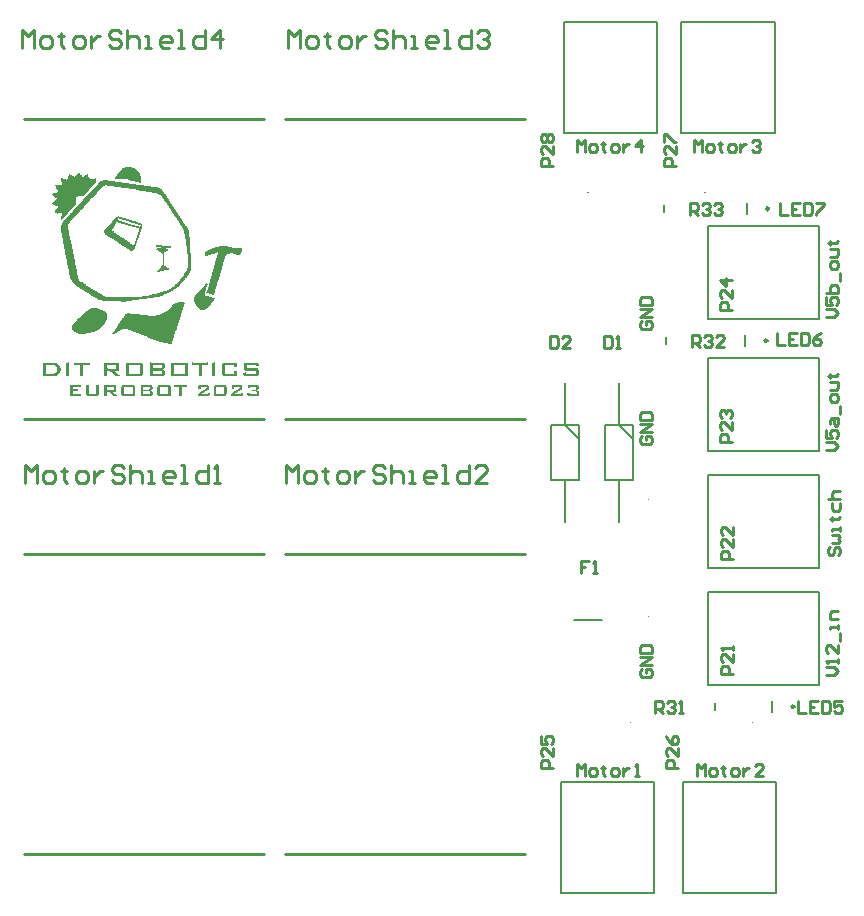
<source format=gto>
G04*
G04 #@! TF.GenerationSoftware,Altium Limited,Altium Designer,22.9.1 (49)*
G04*
G04 Layer_Color=65535*
%FSLAX25Y25*%
%MOIN*%
G70*
G04*
G04 #@! TF.SameCoordinates,714AFEBF-1B90-43D1-B325-1FA160A26AE1*
G04*
G04*
G04 #@! TF.FilePolarity,Positive*
G04*
G01*
G75*
%ADD10C,0.00394*%
%ADD11C,0.00984*%
%ADD12C,0.01000*%
%ADD13C,0.00787*%
G36*
X58100Y254250D02*
X58800D01*
Y254075D01*
X59325D01*
Y253900D01*
X59675D01*
Y253725D01*
X60025D01*
Y253550D01*
X60200D01*
Y253375D01*
X60375D01*
Y253200D01*
X60550D01*
Y253025D01*
X60725D01*
Y252850D01*
X60900D01*
Y252675D01*
X61075D01*
Y252325D01*
X61250D01*
Y251975D01*
X61425D01*
Y251450D01*
X61600D01*
Y249175D01*
X61075D01*
Y249350D01*
X60375D01*
Y249525D01*
X59675D01*
Y249700D01*
X58800D01*
Y249875D01*
X58100D01*
Y250050D01*
X57400D01*
Y250225D01*
X54075D01*
Y250400D01*
X53025D01*
Y251100D01*
X53200D01*
Y251275D01*
X53375D01*
Y251450D01*
X53550D01*
Y251625D01*
X53725D01*
Y251975D01*
X53900D01*
Y252150D01*
X54075D01*
Y252325D01*
X54250D01*
Y252500D01*
Y252675D01*
X54425D01*
Y252850D01*
X54600D01*
Y253025D01*
X54775D01*
Y253200D01*
X54950D01*
Y253375D01*
X55125D01*
Y253550D01*
X55300D01*
Y253725D01*
X55475D01*
Y253900D01*
X55825D01*
Y254075D01*
X56175D01*
Y254250D01*
X56700D01*
Y254425D01*
X56875D01*
Y254250D01*
X57050D01*
Y254425D01*
X57750D01*
Y254250D01*
X57925D01*
Y254425D01*
X58100D01*
Y254250D01*
D02*
G37*
G36*
X40950Y252325D02*
X41300D01*
Y252150D01*
X41475D01*
Y251800D01*
X41650D01*
Y251625D01*
X41825D01*
Y251275D01*
X42000D01*
Y251100D01*
X42175D01*
Y250925D01*
X42350D01*
Y251100D01*
X42525D01*
Y251275D01*
X42875D01*
Y251450D01*
X43050D01*
Y251625D01*
X43225D01*
Y251800D01*
X43575D01*
Y251975D01*
X43750D01*
Y252150D01*
X44100D01*
Y251100D01*
X44275D01*
Y250750D01*
X44450D01*
Y250575D01*
X44800D01*
Y250400D01*
X46375D01*
Y250575D01*
X46725D01*
Y250050D01*
X46550D01*
Y249175D01*
X46375D01*
Y248825D01*
X46200D01*
Y248650D01*
X46025D01*
Y248475D01*
X45850D01*
Y248300D01*
X45675D01*
Y248125D01*
X45500D01*
Y247950D01*
X45325D01*
Y247600D01*
X45150D01*
Y247425D01*
X44975D01*
Y247250D01*
X44800D01*
Y247075D01*
X44625D01*
Y246900D01*
X44450D01*
Y246725D01*
X44275D01*
Y246550D01*
X44100D01*
Y246375D01*
X43925D01*
Y246025D01*
X43750D01*
Y245850D01*
X43575D01*
Y245675D01*
X43400D01*
Y245500D01*
X43225D01*
Y245325D01*
X43050D01*
Y245150D01*
X42875D01*
Y244975D01*
X42700D01*
Y244800D01*
X42525D01*
Y244625D01*
X40600D01*
Y244450D01*
X40250D01*
Y244275D01*
X40075D01*
Y242000D01*
X39900D01*
Y241825D01*
X39725D01*
Y241650D01*
X39550D01*
Y241475D01*
X39375D01*
Y241125D01*
X39200D01*
Y240950D01*
X39025D01*
Y240775D01*
X38850D01*
Y240600D01*
X38675D01*
Y240425D01*
X38500D01*
Y240250D01*
X38325D01*
Y240075D01*
X38150D01*
Y239900D01*
X37975D01*
Y239725D01*
X37800D01*
Y239550D01*
X37625D01*
Y239375D01*
X37450D01*
Y239200D01*
X37275D01*
Y238850D01*
X37100D01*
Y238675D01*
X36925D01*
Y238500D01*
X36750D01*
Y238325D01*
X36575D01*
Y238150D01*
X36400D01*
Y237975D01*
X36225D01*
Y237800D01*
X36050D01*
Y237625D01*
X35875D01*
Y237450D01*
X35700D01*
Y237275D01*
X35525D01*
Y237100D01*
X35350D01*
Y236925D01*
X35175D01*
Y236575D01*
X35000D01*
Y236925D01*
X34825D01*
Y237625D01*
X35000D01*
Y237975D01*
X35175D01*
Y238325D01*
X35350D01*
Y239025D01*
X35175D01*
Y239200D01*
X34475D01*
Y239025D01*
X33950D01*
Y238850D01*
X33600D01*
Y239025D01*
X33250D01*
Y239200D01*
X33075D01*
Y239900D01*
X33250D01*
Y240250D01*
X33425D01*
Y240425D01*
X33600D01*
Y240600D01*
X33775D01*
Y240775D01*
X33950D01*
Y240950D01*
X34125D01*
Y241300D01*
X33600D01*
Y241475D01*
X33075D01*
Y241650D01*
X32725D01*
Y241825D01*
X32375D01*
Y242000D01*
X32025D01*
Y242350D01*
X32200D01*
Y242525D01*
X32375D01*
Y242875D01*
X32725D01*
Y243050D01*
X32900D01*
Y243225D01*
X33250D01*
Y243400D01*
X33425D01*
Y243575D01*
X33600D01*
Y243925D01*
X33425D01*
Y244100D01*
X33075D01*
Y244275D01*
X32900D01*
Y244450D01*
X32550D01*
Y244625D01*
X32375D01*
Y244800D01*
X32200D01*
Y245150D01*
X32025D01*
Y245500D01*
X32375D01*
Y245675D01*
X32550D01*
Y245850D01*
X33600D01*
Y246025D01*
X33950D01*
Y246725D01*
X33775D01*
Y246900D01*
X33600D01*
Y247075D01*
X33425D01*
Y247425D01*
X33250D01*
Y247950D01*
X33075D01*
Y248300D01*
X33775D01*
Y248475D01*
X34300D01*
Y248300D01*
X35175D01*
Y248475D01*
X35350D01*
Y249175D01*
X35175D01*
Y249525D01*
X35000D01*
Y250575D01*
X35525D01*
Y250400D01*
X36400D01*
Y250225D01*
X36750D01*
Y250050D01*
X36925D01*
Y249875D01*
X37100D01*
Y250225D01*
X37275D01*
Y250750D01*
X37450D01*
Y251450D01*
X37625D01*
Y252150D01*
X37975D01*
Y251975D01*
X38150D01*
Y251800D01*
X38500D01*
Y251625D01*
X38675D01*
Y251450D01*
X39025D01*
Y251275D01*
X39375D01*
Y251100D01*
X39725D01*
Y251275D01*
X39900D01*
Y251625D01*
X40075D01*
Y251800D01*
X40250D01*
Y251975D01*
X40425D01*
Y252150D01*
X40600D01*
Y252325D01*
X40775D01*
Y252500D01*
X40950D01*
Y252325D01*
D02*
G37*
G36*
X90650Y227825D02*
X91525D01*
Y227650D01*
X92050D01*
Y227475D01*
X92925D01*
Y227300D01*
X93625D01*
Y227475D01*
X95375D01*
Y226775D01*
X95200D01*
Y225900D01*
X95025D01*
Y225550D01*
X94850D01*
Y225375D01*
X94675D01*
Y225200D01*
X93450D01*
Y225375D01*
X92925D01*
Y225550D01*
X92400D01*
Y225725D01*
X91175D01*
Y225550D01*
X90650D01*
Y225375D01*
X90475D01*
Y225200D01*
X90300D01*
Y225025D01*
X90125D01*
Y224850D01*
X89950D01*
Y224675D01*
X89775D01*
Y224325D01*
X89600D01*
Y223800D01*
X89425D01*
Y223100D01*
X89250D01*
Y222575D01*
X89075D01*
Y222050D01*
X88900D01*
Y221350D01*
X88725D01*
Y220825D01*
X88550D01*
Y220125D01*
X88375D01*
Y219600D01*
X88200D01*
Y219075D01*
X88025D01*
Y218375D01*
X87850D01*
Y217850D01*
X87675D01*
Y217150D01*
X87500D01*
Y216625D01*
X87325D01*
Y215925D01*
X87150D01*
Y215750D01*
Y215400D01*
X86975D01*
Y214875D01*
X86800D01*
Y214175D01*
X86625D01*
Y213650D01*
X86450D01*
Y212950D01*
X86275D01*
Y212425D01*
X86100D01*
Y211900D01*
X85925D01*
Y211725D01*
X85400D01*
Y211900D01*
X84700D01*
Y212075D01*
X84175D01*
Y212250D01*
X83475D01*
Y212775D01*
X83650D01*
Y213300D01*
X83825D01*
Y214000D01*
X84000D01*
Y214525D01*
X84175D01*
Y215050D01*
X84350D01*
Y215750D01*
X84525D01*
Y216275D01*
X84700D01*
Y216975D01*
X84875D01*
Y217500D01*
X85050D01*
Y218200D01*
X85225D01*
Y218725D01*
X85400D01*
Y219250D01*
X85575D01*
Y219950D01*
X85750D01*
Y220475D01*
X85925D01*
Y221175D01*
X86100D01*
Y221700D01*
X86275D01*
Y222225D01*
X86450D01*
Y222925D01*
X86625D01*
Y223450D01*
X86800D01*
Y223975D01*
X86975D01*
Y224675D01*
X87150D01*
Y225200D01*
X87325D01*
Y225900D01*
X86975D01*
Y225725D01*
X86275D01*
Y225550D01*
X85750D01*
Y225375D01*
X85050D01*
Y225200D01*
X84525D01*
Y225025D01*
X83825D01*
Y224850D01*
X83300D01*
Y224675D01*
X82950D01*
Y225550D01*
X83125D01*
Y225900D01*
X83300D01*
Y226075D01*
X83475D01*
Y226250D01*
X83650D01*
Y226425D01*
X83825D01*
Y226600D01*
X84175D01*
Y226775D01*
X84525D01*
Y226950D01*
X84875D01*
Y227125D01*
X85225D01*
Y227300D01*
X85750D01*
Y227475D01*
X86275D01*
Y227650D01*
X86800D01*
Y227825D01*
X87675D01*
Y228000D01*
X90650D01*
Y227825D01*
D02*
G37*
G36*
X50575Y249875D02*
X51625D01*
Y249700D01*
X53025D01*
Y249525D01*
X54250D01*
Y249350D01*
X55300D01*
Y249175D01*
X56700D01*
Y249000D01*
X57750D01*
Y248825D01*
X58975D01*
Y248650D01*
X60025D01*
Y248475D01*
X61425D01*
Y248300D01*
X62650D01*
Y248125D01*
X63700D01*
Y247950D01*
X65100D01*
Y247775D01*
X66325D01*
Y247600D01*
X67375D01*
Y247425D01*
X67900D01*
Y247250D01*
X68075D01*
Y247075D01*
X68425D01*
Y246900D01*
X68600D01*
Y246725D01*
X68775D01*
Y246550D01*
X68950D01*
Y246375D01*
X69125D01*
Y246025D01*
X69300D01*
Y245850D01*
X69475D01*
Y245500D01*
X69650D01*
Y245325D01*
X69825D01*
Y244975D01*
X70000D01*
Y244625D01*
X70175D01*
Y244450D01*
X70350D01*
Y244100D01*
X70525D01*
Y243925D01*
X70700D01*
Y243575D01*
X70875D01*
Y243400D01*
X71050D01*
Y243050D01*
X71225D01*
Y242875D01*
X71400D01*
Y242525D01*
X71575D01*
Y242350D01*
X71750D01*
Y242000D01*
X71925D01*
Y241825D01*
X72100D01*
Y241475D01*
X72275D01*
Y241125D01*
X72450D01*
Y240950D01*
X72625D01*
Y240600D01*
X72800D01*
Y240425D01*
X72975D01*
Y240075D01*
X73150D01*
Y239900D01*
X73325D01*
Y239550D01*
X73500D01*
Y239375D01*
X73675D01*
Y239025D01*
X73850D01*
Y238850D01*
X74025D01*
Y238500D01*
X74200D01*
Y238325D01*
X74375D01*
Y237975D01*
X74550D01*
Y237800D01*
X74725D01*
Y237450D01*
X74900D01*
Y237275D01*
X75075D01*
Y236925D01*
X75250D01*
Y236750D01*
X75425D01*
Y236400D01*
X75600D01*
Y236225D01*
X75775D01*
Y235875D01*
X75950D01*
Y235700D01*
X76125D01*
Y235350D01*
X76300D01*
Y235175D01*
X76475D01*
Y234825D01*
X76650D01*
Y234650D01*
X76825D01*
Y234300D01*
X77000D01*
Y233950D01*
X77175D01*
Y233600D01*
X77350D01*
Y233250D01*
X77525D01*
Y232550D01*
X77700D01*
Y231150D01*
X77875D01*
Y228525D01*
X78050D01*
Y225725D01*
X78225D01*
Y222925D01*
X78400D01*
Y220300D01*
X78225D01*
Y219775D01*
X78050D01*
Y219425D01*
X77875D01*
Y219075D01*
X77700D01*
Y218725D01*
X77525D01*
Y218550D01*
X77350D01*
Y218200D01*
X77175D01*
Y218025D01*
X77000D01*
Y217675D01*
X76825D01*
Y217500D01*
X76650D01*
Y217325D01*
X76475D01*
Y216975D01*
X76300D01*
Y216800D01*
X76125D01*
Y216625D01*
X75950D01*
Y216275D01*
X75775D01*
Y216100D01*
X75600D01*
Y215925D01*
X75425D01*
Y215750D01*
X75250D01*
Y215575D01*
X75075D01*
Y215400D01*
X74900D01*
Y215225D01*
X74725D01*
Y215050D01*
X74550D01*
Y214875D01*
X74375D01*
Y214700D01*
X74200D01*
Y214525D01*
X74025D01*
Y214350D01*
X73675D01*
Y214175D01*
X73500D01*
Y214000D01*
X73325D01*
Y213825D01*
X72975D01*
Y213650D01*
X72800D01*
Y213475D01*
X72625D01*
Y213300D01*
X72275D01*
Y213125D01*
X71925D01*
Y212950D01*
X71750D01*
Y212775D01*
X71400D01*
Y212600D01*
X71050D01*
Y212425D01*
X70700D01*
Y212250D01*
X70350D01*
Y212075D01*
X70000D01*
Y211900D01*
X69475D01*
Y211725D01*
X68950D01*
Y211550D01*
X68425D01*
Y211375D01*
X67900D01*
Y211200D01*
X67200D01*
Y211025D01*
X66150D01*
Y210850D01*
X64925D01*
Y210675D01*
X63525D01*
Y210500D01*
X62125D01*
Y210325D01*
X61075D01*
Y210150D01*
X60025D01*
Y209975D01*
X58800D01*
Y209800D01*
X57575D01*
Y209625D01*
X56525D01*
Y209450D01*
X55300D01*
Y209275D01*
X55125D01*
Y209450D01*
X54950D01*
Y209800D01*
X48650D01*
Y209975D01*
X47950D01*
Y210150D01*
X47425D01*
Y210325D01*
X47250D01*
Y210500D01*
X46900D01*
Y210675D01*
X46550D01*
Y210850D01*
X46375D01*
Y211025D01*
X46025D01*
Y211200D01*
X45675D01*
Y211375D01*
X45325D01*
Y211550D01*
X45150D01*
Y211725D01*
X44800D01*
Y211900D01*
X44625D01*
Y212075D01*
X44275D01*
Y212250D01*
X43925D01*
Y212425D01*
X43750D01*
Y212600D01*
X43400D01*
Y212775D01*
X43050D01*
Y212950D01*
X42875D01*
Y213125D01*
X42525D01*
Y213300D01*
X42175D01*
Y213475D01*
X42000D01*
Y213650D01*
X41650D01*
Y213825D01*
X41475D01*
Y214000D01*
X41125D01*
Y214175D01*
X40950D01*
Y214350D01*
X40600D01*
Y214525D01*
X40425D01*
Y214700D01*
X40075D01*
Y214875D01*
X39900D01*
Y215050D01*
X39550D01*
Y215225D01*
X39375D01*
Y215400D01*
X39200D01*
Y215575D01*
X39025D01*
Y215750D01*
X38850D01*
Y216100D01*
X38675D01*
Y216275D01*
X38500D01*
Y216625D01*
X38325D01*
Y216975D01*
X38150D01*
Y217850D01*
X37975D01*
Y218550D01*
X37800D01*
Y219425D01*
X37625D01*
Y220300D01*
X37450D01*
Y221000D01*
X37275D01*
Y221875D01*
X37100D01*
Y222750D01*
X36925D01*
Y223625D01*
X36750D01*
Y224325D01*
X36575D01*
Y225200D01*
X36400D01*
Y226075D01*
X36225D01*
Y226950D01*
X36050D01*
Y227825D01*
X35875D01*
Y228700D01*
X35700D01*
Y229750D01*
X35525D01*
Y230625D01*
X35350D01*
Y231500D01*
X35175D01*
Y232375D01*
X35000D01*
Y233425D01*
X34825D01*
Y234475D01*
X35000D01*
Y235175D01*
X35175D01*
Y235525D01*
X35350D01*
Y235875D01*
X35525D01*
Y236050D01*
X35700D01*
Y236225D01*
X35875D01*
Y236400D01*
X36050D01*
Y236575D01*
X36225D01*
Y236925D01*
X36400D01*
Y237100D01*
X36575D01*
Y237275D01*
X36750D01*
Y237450D01*
X36925D01*
Y237625D01*
X37100D01*
Y237800D01*
X37275D01*
Y237975D01*
X37450D01*
Y238150D01*
X37625D01*
Y238325D01*
X37800D01*
Y238500D01*
X37975D01*
Y238675D01*
X38150D01*
Y239025D01*
X38325D01*
Y239200D01*
X38500D01*
Y239375D01*
X38675D01*
Y239550D01*
X38850D01*
Y239725D01*
X39025D01*
Y239900D01*
X39200D01*
Y240075D01*
X39375D01*
Y240250D01*
X39550D01*
Y240425D01*
X39725D01*
Y240600D01*
X39900D01*
Y240775D01*
X40075D01*
Y240950D01*
X40250D01*
Y241300D01*
X40425D01*
Y241475D01*
X40600D01*
Y241650D01*
X40775D01*
Y241825D01*
X40950D01*
Y242000D01*
X41125D01*
Y242175D01*
X41300D01*
Y242350D01*
X41475D01*
Y242525D01*
X41650D01*
Y242700D01*
X41825D01*
Y242875D01*
X42000D01*
Y243050D01*
X42175D01*
Y243225D01*
X42350D01*
Y243575D01*
X42525D01*
Y243750D01*
X42700D01*
Y243925D01*
X42875D01*
Y244100D01*
X43050D01*
Y244275D01*
X43225D01*
Y244450D01*
X43400D01*
Y244625D01*
X43575D01*
Y244800D01*
X43750D01*
Y244975D01*
X43925D01*
Y245150D01*
X44100D01*
Y245325D01*
X44275D01*
Y245500D01*
X44450D01*
Y245675D01*
X44625D01*
Y245850D01*
X44800D01*
Y246200D01*
X44975D01*
Y246375D01*
X45150D01*
Y246550D01*
X45325D01*
Y246725D01*
X45500D01*
Y246900D01*
X45675D01*
Y247075D01*
X45850D01*
Y247250D01*
X46025D01*
Y247425D01*
X46200D01*
Y247600D01*
X46375D01*
Y247775D01*
X46550D01*
Y247950D01*
X46725D01*
Y248125D01*
X46900D01*
Y248300D01*
X47075D01*
Y248475D01*
X47250D01*
Y248650D01*
X47425D01*
Y249000D01*
X47600D01*
Y249175D01*
X47775D01*
Y249350D01*
X47950D01*
Y249525D01*
X48125D01*
Y249700D01*
X48475D01*
Y249875D01*
X48825D01*
Y250050D01*
X50575D01*
Y249875D01*
D02*
G37*
G36*
X83650Y215400D02*
X83825D01*
Y215050D01*
X83650D01*
Y214350D01*
X83475D01*
Y213650D01*
X83300D01*
Y212950D01*
X83125D01*
Y212250D01*
X82950D01*
Y211725D01*
X83125D01*
Y211550D01*
X83650D01*
Y211375D01*
X84175D01*
Y211200D01*
X84875D01*
Y211025D01*
X85400D01*
Y210850D01*
X86100D01*
Y210675D01*
X86275D01*
Y210325D01*
X86100D01*
Y210150D01*
X85925D01*
Y209800D01*
X85750D01*
Y209625D01*
X85575D01*
Y209275D01*
X85400D01*
Y209100D01*
X85225D01*
Y208925D01*
X85050D01*
Y208575D01*
X84875D01*
Y208400D01*
X84700D01*
Y208225D01*
X84525D01*
Y208050D01*
X84350D01*
Y207875D01*
X84175D01*
Y207700D01*
X84000D01*
Y207525D01*
X83825D01*
Y207350D01*
X83650D01*
Y207175D01*
X83300D01*
Y207000D01*
X83125D01*
Y206825D01*
X82600D01*
Y206650D01*
X81550D01*
Y206825D01*
X81200D01*
Y207000D01*
X81025D01*
Y207175D01*
X80850D01*
Y207350D01*
X80675D01*
Y207525D01*
X80500D01*
Y207875D01*
X80325D01*
Y208050D01*
X80150D01*
Y208400D01*
X79975D01*
Y208575D01*
X79800D01*
Y208925D01*
X79625D01*
Y209275D01*
X79450D01*
Y209800D01*
X79275D01*
Y210675D01*
X79450D01*
Y211200D01*
X79625D01*
Y211550D01*
X79800D01*
Y211725D01*
X79975D01*
Y211900D01*
X80150D01*
Y212075D01*
X80325D01*
Y212250D01*
X80500D01*
Y212425D01*
X80675D01*
Y212600D01*
X80850D01*
Y212775D01*
X81025D01*
Y212950D01*
X81200D01*
Y213125D01*
X81375D01*
Y213300D01*
X81550D01*
Y213475D01*
X81725D01*
Y213650D01*
X81900D01*
Y214000D01*
X82075D01*
Y214175D01*
X82250D01*
Y214350D01*
X82425D01*
Y214525D01*
X82600D01*
Y214700D01*
X82775D01*
Y214875D01*
X82950D01*
Y215050D01*
X83125D01*
Y215400D01*
X83300D01*
Y215575D01*
X83650D01*
Y215400D01*
D02*
G37*
G36*
X75950Y209100D02*
X76300D01*
Y208750D01*
X76125D01*
Y208225D01*
X75950D01*
Y207700D01*
X75775D01*
Y207175D01*
X75600D01*
Y206650D01*
X75425D01*
Y206125D01*
X75250D01*
Y205600D01*
X75075D01*
Y204900D01*
X74900D01*
Y204550D01*
X74725D01*
Y203850D01*
X74550D01*
Y203325D01*
X74375D01*
Y202800D01*
X74200D01*
Y202275D01*
X74025D01*
Y201925D01*
X73850D01*
Y201225D01*
X73675D01*
Y200700D01*
X73500D01*
Y200175D01*
X73325D01*
Y199650D01*
X73150D01*
Y199125D01*
X72975D01*
Y198600D01*
X72800D01*
Y198075D01*
X72625D01*
Y197550D01*
X72450D01*
Y197025D01*
X72275D01*
Y196500D01*
X72100D01*
Y195975D01*
X71925D01*
Y195450D01*
X71750D01*
Y195275D01*
X71050D01*
Y195450D01*
X70525D01*
Y195625D01*
X69650D01*
Y195800D01*
X69125D01*
Y195975D01*
X68425D01*
Y196150D01*
X67725D01*
Y196325D01*
X67200D01*
Y196500D01*
X66675D01*
Y196675D01*
X66150D01*
Y196850D01*
X65800D01*
Y197025D01*
X65275D01*
Y197200D01*
X64750D01*
Y197375D01*
X64400D01*
Y197550D01*
X63875D01*
Y197725D01*
X63525D01*
Y197900D01*
X63000D01*
Y198075D01*
X62650D01*
Y198250D01*
X62125D01*
Y198425D01*
X61775D01*
Y198600D01*
X61425D01*
Y198775D01*
X60900D01*
Y198950D01*
X60550D01*
Y199125D01*
X60025D01*
Y199300D01*
X59675D01*
Y199475D01*
X59150D01*
Y199650D01*
X58800D01*
Y199825D01*
X58450D01*
Y200000D01*
X57925D01*
Y200175D01*
X57225D01*
Y200350D01*
X55475D01*
Y200175D01*
X54950D01*
Y200000D01*
X54600D01*
Y199825D01*
X54250D01*
Y199650D01*
X53900D01*
Y199475D01*
X53725D01*
Y199300D01*
X53550D01*
Y199125D01*
X53200D01*
Y198950D01*
X52850D01*
Y198775D01*
X52150D01*
Y198600D01*
X51975D01*
Y198950D01*
X52150D01*
Y199125D01*
X52325D01*
Y199300D01*
X52500D01*
Y199650D01*
X52675D01*
Y199825D01*
X52850D01*
Y200175D01*
X53025D01*
Y200350D01*
X53200D01*
Y200700D01*
X53375D01*
Y200875D01*
X53550D01*
Y201225D01*
X53725D01*
Y201400D01*
X53900D01*
Y201750D01*
X54075D01*
Y201925D01*
X54250D01*
Y202275D01*
X54425D01*
Y202450D01*
X54600D01*
Y202800D01*
X54775D01*
Y202975D01*
X54950D01*
Y203325D01*
X55125D01*
Y203500D01*
X55300D01*
Y203850D01*
X55475D01*
Y204025D01*
X55650D01*
Y204200D01*
X55825D01*
Y204550D01*
X56000D01*
Y204725D01*
X56175D01*
Y205075D01*
X56350D01*
Y205250D01*
X56525D01*
Y205425D01*
X57050D01*
Y205600D01*
X57925D01*
Y205425D01*
X59500D01*
Y205250D01*
X61250D01*
Y205075D01*
X62475D01*
Y204900D01*
X63875D01*
Y204725D01*
X66500D01*
Y204900D01*
X67375D01*
Y205075D01*
X67900D01*
Y205250D01*
X68425D01*
Y205425D01*
X68775D01*
Y205600D01*
X69125D01*
Y205775D01*
X69475D01*
Y205950D01*
X69650D01*
Y206125D01*
X70000D01*
Y206300D01*
X70175D01*
Y206475D01*
X70525D01*
Y206650D01*
X70700D01*
Y206825D01*
X70875D01*
Y207000D01*
X71050D01*
Y207175D01*
X71225D01*
Y207350D01*
X71400D01*
Y207525D01*
X71575D01*
Y207700D01*
X71750D01*
Y207875D01*
X71925D01*
Y208050D01*
X72100D01*
Y208225D01*
X72275D01*
Y208400D01*
X72450D01*
Y208575D01*
X72800D01*
Y208750D01*
X72975D01*
Y208925D01*
X73325D01*
Y209100D01*
X73850D01*
Y209275D01*
X75950D01*
Y209100D01*
D02*
G37*
G36*
X46725Y207350D02*
X47250D01*
Y207175D01*
X47600D01*
Y207000D01*
X47950D01*
Y206825D01*
X48475D01*
Y206650D01*
X48825D01*
Y206475D01*
X49175D01*
Y206300D01*
X49525D01*
Y206125D01*
X49875D01*
Y205950D01*
X50050D01*
Y205775D01*
X50225D01*
Y205425D01*
X50400D01*
Y204025D01*
X50225D01*
Y203500D01*
X50050D01*
Y203150D01*
X49875D01*
Y202800D01*
X49700D01*
Y202450D01*
X49525D01*
Y202100D01*
X49350D01*
Y201925D01*
X49175D01*
Y201750D01*
X49000D01*
Y201400D01*
X48825D01*
Y201225D01*
X48650D01*
Y201050D01*
X48475D01*
Y200875D01*
X48300D01*
Y200700D01*
X47950D01*
Y200525D01*
X47775D01*
Y200350D01*
X47600D01*
Y200175D01*
X47250D01*
Y200000D01*
X46900D01*
Y199825D01*
X46550D01*
Y199650D01*
X46200D01*
Y199475D01*
X45675D01*
Y199300D01*
X45150D01*
Y199125D01*
X44450D01*
Y198950D01*
X43400D01*
Y198775D01*
X42000D01*
Y198600D01*
X41300D01*
Y198775D01*
X40775D01*
Y198950D01*
X40250D01*
Y199125D01*
X39900D01*
Y199300D01*
X39550D01*
Y199475D01*
X39200D01*
Y199650D01*
X39025D01*
Y199825D01*
X38850D01*
Y200000D01*
X38675D01*
Y200525D01*
X38500D01*
Y201050D01*
X38675D01*
Y201575D01*
X38850D01*
Y201750D01*
X39025D01*
Y202100D01*
X39200D01*
Y202275D01*
X39375D01*
Y202450D01*
X39550D01*
Y202625D01*
X39725D01*
Y202800D01*
X39900D01*
Y202975D01*
X40075D01*
Y203150D01*
X40250D01*
Y203500D01*
X40425D01*
Y203675D01*
X40600D01*
Y203850D01*
X40775D01*
Y204025D01*
X40950D01*
Y204200D01*
X41300D01*
Y204375D01*
X41475D01*
Y204550D01*
X41650D01*
Y204725D01*
X41825D01*
Y204900D01*
X42000D01*
Y205075D01*
X42175D01*
Y205250D01*
X42350D01*
Y205425D01*
X42700D01*
Y205600D01*
X42875D01*
Y205775D01*
X43050D01*
Y205950D01*
X43225D01*
Y206125D01*
X43400D01*
Y206300D01*
X43575D01*
Y206475D01*
X43925D01*
Y206650D01*
X44100D01*
Y206825D01*
X44275D01*
Y207000D01*
X44625D01*
Y207175D01*
X44975D01*
Y207350D01*
X45325D01*
Y207525D01*
X46725D01*
Y207350D01*
D02*
G37*
G36*
X86275Y189150D02*
X86450D01*
Y188800D01*
Y188625D01*
Y184600D01*
X85400D01*
Y189150D01*
X85575D01*
Y189325D01*
X85750D01*
Y189150D01*
X86100D01*
Y189325D01*
X86275D01*
Y189150D01*
D02*
G37*
G36*
X84000Y188450D02*
X81900D01*
Y184600D01*
X80850D01*
Y188275D01*
X80675D01*
Y188450D01*
X78575D01*
Y189150D01*
X78750D01*
Y189325D01*
X78925D01*
Y189150D01*
X83650D01*
Y189325D01*
X84000D01*
Y188450D01*
D02*
G37*
G36*
X44450Y189150D02*
X44625D01*
Y188450D01*
X42525D01*
Y188275D01*
X42350D01*
Y184600D01*
X41300D01*
Y188450D01*
X39200D01*
Y189325D01*
X39375D01*
Y189150D01*
X44275D01*
Y189325D01*
X44450D01*
Y189150D01*
D02*
G37*
G36*
X37800Y188100D02*
Y187925D01*
Y184600D01*
X36750D01*
Y189150D01*
X36925D01*
Y189325D01*
X37100D01*
Y189150D01*
X37450D01*
Y189325D01*
X37800D01*
Y188100D01*
D02*
G37*
G36*
X100625Y188975D02*
X100800D01*
Y188625D01*
X100975D01*
Y188100D01*
X100625D01*
Y187925D01*
X99925D01*
Y188450D01*
X96950D01*
Y187400D01*
X100450D01*
Y187225D01*
X100800D01*
Y186875D01*
X100975D01*
Y184950D01*
X100800D01*
Y184775D01*
X100625D01*
Y184600D01*
X96075D01*
Y184775D01*
X95900D01*
Y185125D01*
X95725D01*
Y185825D01*
X96425D01*
Y186000D01*
X96775D01*
Y185475D01*
X100100D01*
Y185650D01*
X99925D01*
Y185825D01*
X100100D01*
Y186350D01*
X99925D01*
Y186525D01*
X96425D01*
Y186700D01*
X96075D01*
Y187225D01*
X95900D01*
Y188625D01*
X96075D01*
Y188975D01*
X96250D01*
Y189150D01*
X100625D01*
Y188975D01*
D02*
G37*
G36*
X93450D02*
X93625D01*
Y188800D01*
X93800D01*
Y187575D01*
X92750D01*
Y188450D01*
X89950D01*
Y188275D01*
X89775D01*
Y185475D01*
X92750D01*
Y186350D01*
X93625D01*
Y186175D01*
X93800D01*
Y184950D01*
X93625D01*
Y184775D01*
X93450D01*
Y184600D01*
X89075D01*
Y184775D01*
X88900D01*
Y184950D01*
X88725D01*
Y188800D01*
X88900D01*
Y188975D01*
X89075D01*
Y189150D01*
X93450D01*
Y188975D01*
D02*
G37*
G36*
X77175Y188800D02*
X77350D01*
Y187925D01*
Y187750D01*
Y184950D01*
X77175D01*
Y184775D01*
X77000D01*
Y184600D01*
X72100D01*
Y184775D01*
X71750D01*
Y185300D01*
X71575D01*
Y188450D01*
X71750D01*
Y188975D01*
X71925D01*
Y189150D01*
X77175D01*
Y188800D01*
D02*
G37*
G36*
X64925Y189150D02*
X69300D01*
Y188975D01*
X69475D01*
Y188800D01*
X69650D01*
Y187400D01*
X69475D01*
Y187225D01*
X69300D01*
Y187050D01*
X69125D01*
Y186875D01*
X69300D01*
Y186700D01*
X69475D01*
Y186525D01*
X69650D01*
Y184950D01*
X69475D01*
Y184775D01*
X69125D01*
Y184600D01*
X64575D01*
Y189150D01*
X64750D01*
Y189325D01*
X64925D01*
Y189150D01*
D02*
G37*
G36*
X61950Y188975D02*
X62125D01*
Y188800D01*
X62300D01*
Y185125D01*
X62125D01*
Y184775D01*
X61950D01*
Y184600D01*
X56875D01*
Y184775D01*
X56700D01*
Y184950D01*
X56525D01*
Y188800D01*
X56700D01*
Y188975D01*
X56875D01*
Y189150D01*
X61950D01*
Y188975D01*
D02*
G37*
G36*
X49700Y189150D02*
X54075D01*
Y188975D01*
X54250D01*
Y188800D01*
X54425D01*
Y186700D01*
X54250D01*
Y186525D01*
X54075D01*
Y186350D01*
X52850D01*
Y186175D01*
X53025D01*
Y186000D01*
X53200D01*
Y185825D01*
X53550D01*
Y185650D01*
X53725D01*
Y185475D01*
X53900D01*
Y185300D01*
X54075D01*
Y185125D01*
X54425D01*
Y184950D01*
X54600D01*
Y184775D01*
X54775D01*
Y184600D01*
X53200D01*
Y184775D01*
X53025D01*
Y184950D01*
X52850D01*
Y185125D01*
X52675D01*
Y185300D01*
X52500D01*
Y185475D01*
X52325D01*
Y185650D01*
X52150D01*
Y185825D01*
X51975D01*
Y186000D01*
X51625D01*
Y186175D01*
X51450D01*
Y186350D01*
X50400D01*
Y185300D01*
Y185125D01*
Y184600D01*
X49350D01*
Y189150D01*
X49525D01*
Y189325D01*
X49700D01*
Y189150D01*
D02*
G37*
G36*
X29400D02*
X33250D01*
Y188975D01*
X33600D01*
Y188800D01*
X33950D01*
Y188625D01*
X34125D01*
Y188450D01*
X34300D01*
Y188275D01*
X34475D01*
Y187925D01*
X34650D01*
Y187400D01*
X34825D01*
Y186525D01*
X34650D01*
Y185825D01*
X34475D01*
Y185475D01*
X34300D01*
Y185300D01*
X34125D01*
Y185125D01*
X33950D01*
Y184950D01*
X33600D01*
Y184775D01*
X33250D01*
Y184600D01*
X29050D01*
Y187225D01*
Y187400D01*
Y189150D01*
X29225D01*
Y189325D01*
X29400D01*
Y189150D01*
D02*
G37*
G36*
X47577Y178867D02*
Y178861D01*
Y178847D01*
Y178819D01*
Y178784D01*
X47570Y178743D01*
Y178701D01*
X47556Y178590D01*
X47529Y178479D01*
X47494Y178361D01*
X47445Y178264D01*
X47418Y178215D01*
X47383Y178180D01*
X47376Y178173D01*
X47348Y178153D01*
X47293Y178125D01*
X47223Y178090D01*
X47126Y178056D01*
X47064Y178042D01*
X47001Y178028D01*
X46925Y178014D01*
X46848Y178007D01*
X46758Y178000D01*
X44232D01*
X44190Y178007D01*
X44142D01*
X44031Y178021D01*
X43906Y178042D01*
X43788Y178076D01*
X43677Y178118D01*
X43635Y178146D01*
X43594Y178180D01*
X43587Y178187D01*
X43566Y178215D01*
X43531Y178264D01*
X43503Y178333D01*
X43469Y178430D01*
X43434Y178548D01*
X43427Y178618D01*
X43413Y178694D01*
X43406Y178777D01*
Y178867D01*
Y181699D01*
X44267D01*
Y178694D01*
X46724D01*
Y181699D01*
X47577D01*
Y178867D01*
D02*
G37*
G36*
X100203Y181692D02*
X100307Y181678D01*
X100418Y181657D01*
X100529Y181630D01*
X100634Y181595D01*
X100675Y181567D01*
X100710Y181539D01*
X100717Y181533D01*
X100738Y181512D01*
X100765Y181470D01*
X100800Y181414D01*
X100828Y181331D01*
X100856Y181234D01*
X100876Y181116D01*
X100883Y180970D01*
Y180630D01*
Y180623D01*
Y180616D01*
Y180575D01*
X100876Y180519D01*
X100863Y180450D01*
X100842Y180367D01*
X100814Y180290D01*
X100779Y180214D01*
X100724Y180145D01*
X100717Y180138D01*
X100696Y180117D01*
X100654Y180096D01*
X100592Y180061D01*
X100515Y180026D01*
X100425Y179992D01*
X100307Y179957D01*
X100169Y179929D01*
X100189D01*
X100210Y179922D01*
X100245D01*
X100321Y179909D01*
X100418Y179888D01*
X100522Y179853D01*
X100634Y179818D01*
X100731Y179763D01*
X100821Y179700D01*
X100828Y179693D01*
X100856Y179666D01*
X100890Y179624D01*
X100925Y179568D01*
X100967Y179492D01*
X100994Y179402D01*
X101022Y179298D01*
X101029Y179180D01*
Y178791D01*
Y178784D01*
Y178770D01*
Y178750D01*
Y178715D01*
X101022Y178639D01*
X101001Y178541D01*
X100980Y178437D01*
X100946Y178333D01*
X100897Y178243D01*
X100828Y178167D01*
X100821Y178160D01*
X100793Y178139D01*
X100738Y178111D01*
X100668Y178083D01*
X100571Y178056D01*
X100453Y178028D01*
X100307Y178007D01*
X100224Y178000D01*
X97906D01*
X97864Y178007D01*
X97823D01*
X97712Y178021D01*
X97601Y178035D01*
X97490Y178062D01*
X97386Y178104D01*
X97344Y178125D01*
X97309Y178153D01*
X97302Y178160D01*
X97281Y178180D01*
X97254Y178222D01*
X97226Y178285D01*
X97198Y178361D01*
X97170Y178458D01*
X97150Y178576D01*
X97143Y178722D01*
Y179020D01*
X97899Y179180D01*
Y178666D01*
X99926D01*
X99960Y178673D01*
X100009D01*
X100099Y178694D01*
X100141Y178708D01*
X100175Y178729D01*
X100182Y178736D01*
X100189Y178743D01*
X100203Y178763D01*
X100217Y178791D01*
X100231Y178826D01*
X100238Y178867D01*
X100252Y178923D01*
Y178992D01*
Y179263D01*
Y179270D01*
Y179298D01*
X100245Y179332D01*
Y179374D01*
X100217Y179464D01*
X100203Y179499D01*
X100175Y179534D01*
X100162Y179548D01*
X100141Y179555D01*
X100113Y179568D01*
X100071Y179582D01*
X100023Y179589D01*
X99960Y179603D01*
X98649D01*
Y180207D01*
X99787D01*
X99822Y180214D01*
X99863D01*
X99960Y180235D01*
X99995Y180249D01*
X100030Y180269D01*
X100037Y180276D01*
X100044Y180283D01*
X100057Y180304D01*
X100071Y180332D01*
X100085Y180367D01*
X100092Y180415D01*
X100106Y180471D01*
Y180540D01*
Y180720D01*
Y180727D01*
Y180755D01*
X100099Y180790D01*
Y180832D01*
X100071Y180929D01*
X100057Y180963D01*
X100030Y180998D01*
X100016Y181012D01*
X99995Y181019D01*
X99967Y181033D01*
X99933Y181047D01*
X99884Y181054D01*
X99822Y181068D01*
X97934D01*
Y180603D01*
X97205Y180734D01*
Y180970D01*
Y180977D01*
Y180991D01*
Y181012D01*
Y181040D01*
X97212Y181109D01*
X97226Y181199D01*
X97247Y181290D01*
X97275Y181387D01*
X97316Y181470D01*
X97372Y181539D01*
X97379Y181546D01*
X97406Y181567D01*
X97455Y181588D01*
X97524Y181623D01*
X97615Y181650D01*
X97733Y181671D01*
X97795Y181685D01*
X97871Y181692D01*
X97955Y181699D01*
X100120D01*
X100203Y181692D01*
D02*
G37*
G36*
X94735D02*
X94839Y181678D01*
X94950Y181657D01*
X95061Y181630D01*
X95165Y181595D01*
X95206Y181567D01*
X95241Y181539D01*
X95248Y181533D01*
X95269Y181512D01*
X95297Y181470D01*
X95331Y181414D01*
X95359Y181331D01*
X95387Y181234D01*
X95408Y181116D01*
X95415Y180970D01*
Y180734D01*
Y180720D01*
Y180693D01*
X95408Y180644D01*
Y180582D01*
X95380Y180443D01*
X95359Y180380D01*
X95331Y180318D01*
X95324Y180311D01*
X95310Y180290D01*
X95290Y180262D01*
X95248Y180221D01*
X95200Y180172D01*
X95130Y180117D01*
X95040Y180047D01*
X94936Y179978D01*
X92757Y178666D01*
X94915D01*
Y179215D01*
X95595Y179020D01*
Y178722D01*
Y178715D01*
Y178701D01*
Y178680D01*
Y178652D01*
X95588Y178583D01*
X95574Y178493D01*
X95553Y178402D01*
X95519Y178305D01*
X95477Y178222D01*
X95422Y178153D01*
X95415Y178146D01*
X95387Y178132D01*
X95338Y178104D01*
X95276Y178076D01*
X95179Y178049D01*
X95068Y178021D01*
X94998Y178014D01*
X94922Y178007D01*
X94839Y178000D01*
X91639D01*
Y178333D01*
Y178347D01*
Y178375D01*
X91646Y178416D01*
X91653Y178472D01*
X91681Y178597D01*
X91702Y178652D01*
X91736Y178708D01*
X91743Y178715D01*
X91757Y178736D01*
X91785Y178763D01*
X91820Y178798D01*
X91875Y178847D01*
X91938Y178895D01*
X92014Y178951D01*
X92104Y179013D01*
X94665Y180582D01*
Y181068D01*
X92555D01*
Y180304D01*
X91827Y180491D01*
Y180970D01*
Y180977D01*
Y180991D01*
Y181012D01*
Y181040D01*
X91834Y181109D01*
X91847Y181199D01*
X91868Y181290D01*
X91896Y181387D01*
X91938Y181470D01*
X91993Y181539D01*
X92000Y181546D01*
X92028Y181567D01*
X92076Y181588D01*
X92146Y181623D01*
X92236Y181650D01*
X92354Y181671D01*
X92417Y181685D01*
X92493Y181692D01*
X92576Y181699D01*
X94651D01*
X94735Y181692D01*
D02*
G37*
G36*
X89474D02*
X89578Y181678D01*
X89689Y181650D01*
X89800Y181623D01*
X89904Y181574D01*
X89946Y181546D01*
X89981Y181512D01*
X89987Y181505D01*
X90008Y181477D01*
X90036Y181428D01*
X90071Y181352D01*
X90105Y181262D01*
X90133Y181137D01*
X90147Y181068D01*
X90154Y180991D01*
X90161Y180908D01*
Y180818D01*
Y178874D01*
Y178867D01*
Y178854D01*
Y178826D01*
Y178791D01*
X90154Y178750D01*
Y178708D01*
X90140Y178597D01*
X90119Y178486D01*
X90085Y178368D01*
X90043Y178264D01*
X90015Y178222D01*
X89981Y178180D01*
X89974Y178173D01*
X89946Y178153D01*
X89897Y178125D01*
X89835Y178090D01*
X89738Y178056D01*
X89627Y178028D01*
X89557Y178014D01*
X89481Y178007D01*
X89398Y178000D01*
X86733D01*
X86642Y178007D01*
X86538Y178021D01*
X86427Y178042D01*
X86323Y178076D01*
X86219Y178118D01*
X86177Y178146D01*
X86143Y178180D01*
X86136Y178187D01*
X86115Y178215D01*
X86087Y178264D01*
X86059Y178340D01*
X86025Y178430D01*
X85997Y178555D01*
X85983Y178625D01*
X85976Y178701D01*
X85969Y178784D01*
Y178874D01*
Y180818D01*
Y180825D01*
Y180839D01*
Y180866D01*
Y180901D01*
X85976Y180943D01*
Y180991D01*
X85990Y181095D01*
X86011Y181213D01*
X86046Y181324D01*
X86087Y181428D01*
X86115Y181470D01*
X86143Y181512D01*
X86150Y181519D01*
X86177Y181539D01*
X86226Y181574D01*
X86288Y181609D01*
X86379Y181637D01*
X86497Y181671D01*
X86566Y181685D01*
X86642Y181692D01*
X86719Y181699D01*
X89391D01*
X89474Y181692D01*
D02*
G37*
G36*
X83672D02*
X83776Y181678D01*
X83887Y181657D01*
X83998Y181630D01*
X84102Y181595D01*
X84144Y181567D01*
X84179Y181539D01*
X84186Y181533D01*
X84206Y181512D01*
X84234Y181470D01*
X84269Y181414D01*
X84297Y181331D01*
X84325Y181234D01*
X84345Y181116D01*
X84352Y180970D01*
Y180734D01*
Y180720D01*
Y180693D01*
X84345Y180644D01*
Y180582D01*
X84318Y180443D01*
X84297Y180380D01*
X84269Y180318D01*
X84262Y180311D01*
X84248Y180290D01*
X84227Y180262D01*
X84186Y180221D01*
X84137Y180172D01*
X84068Y180117D01*
X83978Y180047D01*
X83873Y179978D01*
X81694Y178666D01*
X83853D01*
Y179215D01*
X84533Y179020D01*
Y178722D01*
Y178715D01*
Y178701D01*
Y178680D01*
Y178652D01*
X84526Y178583D01*
X84512Y178493D01*
X84491Y178402D01*
X84456Y178305D01*
X84415Y178222D01*
X84359Y178153D01*
X84352Y178146D01*
X84325Y178132D01*
X84276Y178104D01*
X84214Y178076D01*
X84116Y178049D01*
X84005Y178021D01*
X83936Y178014D01*
X83859Y178007D01*
X83776Y178000D01*
X80577D01*
Y178333D01*
Y178347D01*
Y178375D01*
X80584Y178416D01*
X80591Y178472D01*
X80619Y178597D01*
X80639Y178652D01*
X80674Y178708D01*
X80681Y178715D01*
X80695Y178736D01*
X80723Y178763D01*
X80757Y178798D01*
X80813Y178847D01*
X80875Y178895D01*
X80952Y178951D01*
X81042Y179013D01*
X83603Y180582D01*
Y181068D01*
X81493D01*
Y180304D01*
X80764Y180491D01*
Y180970D01*
Y180977D01*
Y180991D01*
Y181012D01*
Y181040D01*
X80771Y181109D01*
X80785Y181199D01*
X80806Y181290D01*
X80834Y181387D01*
X80875Y181470D01*
X80931Y181539D01*
X80938Y181546D01*
X80966Y181567D01*
X81014Y181588D01*
X81084Y181623D01*
X81174Y181650D01*
X81292Y181671D01*
X81354Y181685D01*
X81431Y181692D01*
X81514Y181699D01*
X83589D01*
X83672Y181692D01*
D02*
G37*
G36*
X76885Y181040D02*
X75185D01*
Y178000D01*
X74324D01*
Y181040D01*
X72631D01*
Y181699D01*
X76885D01*
Y181040D01*
D02*
G37*
G36*
X70868Y181692D02*
X70916D01*
X71027Y181678D01*
X71145Y181650D01*
X71263Y181623D01*
X71374Y181574D01*
X71416Y181546D01*
X71458Y181512D01*
X71465Y181505D01*
X71486Y181477D01*
X71520Y181428D01*
X71555Y181359D01*
X71590Y181262D01*
X71624Y181144D01*
X71631Y181074D01*
X71645Y180998D01*
X71652Y180915D01*
Y180825D01*
Y178867D01*
Y178861D01*
Y178847D01*
Y178819D01*
Y178784D01*
X71645Y178743D01*
Y178701D01*
X71631Y178590D01*
X71604Y178479D01*
X71569Y178361D01*
X71520Y178264D01*
X71492Y178215D01*
X71458Y178180D01*
X71451Y178173D01*
X71423Y178153D01*
X71368Y178125D01*
X71298Y178090D01*
X71201Y178056D01*
X71139Y178042D01*
X71076Y178028D01*
X71000Y178014D01*
X70923Y178007D01*
X70833Y178000D01*
X67925D01*
X67884Y178007D01*
X67835D01*
X67724Y178021D01*
X67599Y178042D01*
X67481Y178076D01*
X67370Y178118D01*
X67328Y178146D01*
X67287Y178180D01*
X67280Y178187D01*
X67259Y178215D01*
X67224Y178264D01*
X67197Y178333D01*
X67162Y178430D01*
X67127Y178548D01*
X67120Y178618D01*
X67106Y178694D01*
X67099Y178777D01*
Y178867D01*
Y180825D01*
Y180832D01*
Y180845D01*
Y180873D01*
Y180908D01*
X67106Y180949D01*
Y180991D01*
X67120Y181095D01*
X67148Y181213D01*
X67176Y181324D01*
X67224Y181428D01*
X67252Y181470D01*
X67287Y181512D01*
X67294Y181519D01*
X67321Y181539D01*
X67377Y181574D01*
X67446Y181609D01*
X67550Y181637D01*
X67606Y181657D01*
X67675Y181671D01*
X67745Y181685D01*
X67828Y181692D01*
X67918Y181699D01*
X70819D01*
X70868Y181692D01*
D02*
G37*
G36*
X64802D02*
X64899Y181678D01*
X65004Y181657D01*
X65108Y181623D01*
X65205Y181581D01*
X65288Y181526D01*
X65295Y181519D01*
X65323Y181491D01*
X65351Y181449D01*
X65392Y181394D01*
X65427Y181317D01*
X65462Y181220D01*
X65482Y181109D01*
X65489Y180977D01*
Y180533D01*
Y180519D01*
Y180491D01*
X65482Y180436D01*
X65469Y180380D01*
X65448Y180311D01*
X65420Y180235D01*
X65378Y180165D01*
X65323Y180103D01*
X65316Y180096D01*
X65295Y180082D01*
X65253Y180054D01*
X65205Y180019D01*
X65135Y179992D01*
X65052Y179957D01*
X64962Y179929D01*
X64851Y179909D01*
X64865D01*
X64906Y179902D01*
X64962Y179888D01*
X65031Y179867D01*
X65115Y179832D01*
X65191Y179797D01*
X65274Y179742D01*
X65344Y179680D01*
X65351Y179673D01*
X65371Y179645D01*
X65399Y179603D01*
X65434Y179548D01*
X65462Y179478D01*
X65489Y179395D01*
X65510Y179298D01*
X65517Y179194D01*
Y178722D01*
Y178715D01*
Y178708D01*
Y178687D01*
X65510Y178659D01*
X65503Y178597D01*
X65482Y178514D01*
X65455Y178423D01*
X65406Y178333D01*
X65337Y178250D01*
X65246Y178173D01*
X65233Y178167D01*
X65198Y178146D01*
X65135Y178118D01*
X65045Y178090D01*
X64927Y178056D01*
X64788Y178028D01*
X64622Y178007D01*
X64428Y178000D01*
X61492D01*
Y181699D01*
X64726D01*
X64802Y181692D01*
D02*
G37*
G36*
X58896D02*
X58945D01*
X59056Y181678D01*
X59174Y181650D01*
X59292Y181623D01*
X59403Y181574D01*
X59445Y181546D01*
X59486Y181512D01*
X59493Y181505D01*
X59514Y181477D01*
X59549Y181428D01*
X59583Y181359D01*
X59618Y181262D01*
X59653Y181144D01*
X59660Y181074D01*
X59674Y180998D01*
X59681Y180915D01*
Y180825D01*
Y178867D01*
Y178861D01*
Y178847D01*
Y178819D01*
Y178784D01*
X59674Y178743D01*
Y178701D01*
X59660Y178590D01*
X59632Y178479D01*
X59597Y178361D01*
X59549Y178264D01*
X59521Y178215D01*
X59486Y178180D01*
X59479Y178173D01*
X59452Y178153D01*
X59396Y178125D01*
X59327Y178090D01*
X59229Y178056D01*
X59167Y178042D01*
X59105Y178028D01*
X59028Y178014D01*
X58952Y178007D01*
X58862Y178000D01*
X55954D01*
X55912Y178007D01*
X55864D01*
X55752Y178021D01*
X55628Y178042D01*
X55510Y178076D01*
X55399Y178118D01*
X55357Y178146D01*
X55315Y178180D01*
X55308Y178187D01*
X55287Y178215D01*
X55253Y178264D01*
X55225Y178333D01*
X55190Y178430D01*
X55156Y178548D01*
X55149Y178618D01*
X55135Y178694D01*
X55128Y178777D01*
Y178867D01*
Y180825D01*
Y180832D01*
Y180845D01*
Y180873D01*
Y180908D01*
X55135Y180949D01*
Y180991D01*
X55149Y181095D01*
X55177Y181213D01*
X55204Y181324D01*
X55253Y181428D01*
X55281Y181470D01*
X55315Y181512D01*
X55322Y181519D01*
X55350Y181539D01*
X55405Y181574D01*
X55475Y181609D01*
X55579Y181637D01*
X55634Y181657D01*
X55704Y181671D01*
X55773Y181685D01*
X55857Y181692D01*
X55947Y181699D01*
X58848D01*
X58896Y181692D01*
D02*
G37*
G36*
X52775D02*
X52872Y181678D01*
X52977Y181657D01*
X53081Y181623D01*
X53178Y181581D01*
X53261Y181526D01*
X53268Y181519D01*
X53296Y181491D01*
X53324Y181456D01*
X53365Y181394D01*
X53400Y181317D01*
X53435Y181227D01*
X53455Y181109D01*
X53462Y180977D01*
Y180110D01*
Y180103D01*
Y180096D01*
Y180075D01*
Y180047D01*
X53455Y179985D01*
X53435Y179902D01*
X53414Y179811D01*
X53379Y179721D01*
X53330Y179638D01*
X53261Y179561D01*
X53254Y179555D01*
X53226Y179534D01*
X53178Y179506D01*
X53108Y179478D01*
X53018Y179451D01*
X52907Y179423D01*
X52775Y179402D01*
X52623Y179395D01*
X52144D01*
X53844Y178000D01*
X52616D01*
X51123Y179395D01*
X50312D01*
Y178000D01*
X49465D01*
Y181699D01*
X52692D01*
X52775Y181692D01*
D02*
G37*
G36*
X41782Y181068D02*
X38861D01*
Y180249D01*
X40568D01*
Y179617D01*
X38861D01*
Y178694D01*
X41817D01*
Y178000D01*
X38000D01*
Y181699D01*
X41782D01*
Y181068D01*
D02*
G37*
%LPC*%
G36*
X50225Y248300D02*
X49700D01*
Y248125D01*
X49175D01*
Y247950D01*
X49000D01*
Y247775D01*
X48825D01*
Y247600D01*
X48650D01*
Y247425D01*
X48475D01*
Y247250D01*
X48300D01*
Y247075D01*
X48125D01*
Y246900D01*
X47950D01*
Y246725D01*
X47775D01*
Y246550D01*
X47600D01*
Y246375D01*
X47425D01*
Y246200D01*
X47250D01*
Y246025D01*
X47075D01*
Y245850D01*
X46900D01*
Y245500D01*
X46725D01*
Y245325D01*
X46550D01*
Y245150D01*
X46375D01*
Y244975D01*
X46200D01*
Y244800D01*
X46025D01*
Y244625D01*
X45850D01*
Y244450D01*
X45675D01*
Y244275D01*
X45500D01*
Y244100D01*
X45325D01*
Y243925D01*
X45150D01*
Y243750D01*
X44975D01*
Y243575D01*
X44800D01*
Y243225D01*
X44625D01*
Y243050D01*
X44450D01*
Y242875D01*
X44275D01*
Y242700D01*
X44100D01*
Y242525D01*
X43925D01*
Y242350D01*
X43750D01*
Y242175D01*
X43575D01*
Y242000D01*
X43400D01*
Y241825D01*
X43225D01*
Y241650D01*
X43050D01*
Y241475D01*
X42875D01*
Y241300D01*
X42700D01*
Y240950D01*
X42525D01*
Y240775D01*
X42350D01*
Y240600D01*
X42175D01*
Y240425D01*
X42000D01*
Y240250D01*
X41825D01*
Y240075D01*
X41650D01*
Y239900D01*
X41475D01*
Y239725D01*
X41300D01*
Y239550D01*
X41125D01*
Y239375D01*
X40950D01*
Y239200D01*
X40775D01*
Y238850D01*
X40600D01*
Y238675D01*
X40425D01*
Y238500D01*
X40250D01*
Y238325D01*
X40075D01*
Y238150D01*
X39900D01*
Y237975D01*
X39725D01*
Y237800D01*
X39550D01*
Y237625D01*
X39375D01*
Y237450D01*
X39200D01*
Y237275D01*
X39025D01*
Y237100D01*
X38850D01*
Y236925D01*
X38675D01*
Y236750D01*
X38500D01*
Y236575D01*
X38325D01*
Y236400D01*
X38150D01*
Y236225D01*
X37975D01*
Y235875D01*
X37800D01*
Y235700D01*
X37625D01*
Y235350D01*
X37450D01*
Y234475D01*
X37275D01*
Y234300D01*
X37450D01*
Y233250D01*
X37625D01*
Y232375D01*
X37800D01*
Y231500D01*
X37975D01*
Y230625D01*
X38150D01*
Y229925D01*
X38325D01*
Y228875D01*
X38500D01*
Y228000D01*
X38675D01*
Y227125D01*
X38850D01*
Y226250D01*
X39025D01*
Y225375D01*
X39200D01*
Y224500D01*
X39375D01*
Y223800D01*
X39550D01*
Y222750D01*
X39725D01*
Y221875D01*
X39900D01*
Y221175D01*
X40075D01*
Y220300D01*
X40250D01*
Y219250D01*
X40425D01*
Y218550D01*
X40600D01*
Y217675D01*
X40775D01*
Y216975D01*
X40950D01*
Y216800D01*
X41125D01*
Y216450D01*
X41300D01*
Y216275D01*
X41475D01*
Y216100D01*
X41825D01*
Y215925D01*
X42175D01*
Y215750D01*
X42350D01*
Y215575D01*
X42700D01*
Y215400D01*
X42875D01*
Y215225D01*
X43225D01*
Y215050D01*
X43400D01*
Y214875D01*
X43750D01*
Y214700D01*
X44100D01*
Y214525D01*
X44275D01*
Y214350D01*
X44625D01*
Y214175D01*
X44800D01*
Y214000D01*
X45150D01*
Y213825D01*
X45500D01*
Y213650D01*
X45675D01*
Y213475D01*
X46025D01*
Y213300D01*
X46375D01*
Y213125D01*
X46550D01*
Y212950D01*
X46900D01*
Y212775D01*
X47075D01*
Y212600D01*
X47425D01*
Y212425D01*
X47775D01*
Y212250D01*
X47950D01*
Y212075D01*
X48300D01*
Y211900D01*
X48650D01*
Y211725D01*
X48825D01*
Y211550D01*
X49175D01*
Y211375D01*
X49525D01*
Y211200D01*
X50400D01*
Y211025D01*
X60025D01*
Y211200D01*
X61950D01*
Y211375D01*
X63350D01*
Y211550D01*
X64400D01*
Y211725D01*
X65275D01*
Y211900D01*
X66150D01*
Y212075D01*
X66850D01*
Y212250D01*
X67550D01*
Y212425D01*
X68075D01*
Y212600D01*
X68600D01*
Y212775D01*
X69125D01*
Y212950D01*
X69650D01*
Y213125D01*
X70175D01*
Y213300D01*
X70525D01*
Y213475D01*
X70875D01*
Y213650D01*
X71225D01*
Y213825D01*
X71575D01*
Y214000D01*
X71925D01*
Y214175D01*
X72100D01*
Y214350D01*
X72275D01*
Y214525D01*
X72625D01*
Y214700D01*
X72800D01*
Y214875D01*
X72975D01*
Y215050D01*
X73150D01*
Y215225D01*
X73325D01*
Y215400D01*
X73500D01*
Y215575D01*
X73675D01*
Y215750D01*
X73850D01*
Y215925D01*
X74025D01*
Y216100D01*
X74200D01*
Y216275D01*
X74375D01*
Y216450D01*
X74550D01*
Y216625D01*
X74725D01*
Y216975D01*
X74900D01*
Y217150D01*
X75075D01*
Y217325D01*
X75250D01*
Y217500D01*
X75425D01*
Y217850D01*
X75600D01*
Y218025D01*
X75775D01*
Y218200D01*
X75950D01*
Y218550D01*
X76125D01*
Y218900D01*
X76300D01*
Y219075D01*
X76475D01*
Y219425D01*
X76650D01*
Y219775D01*
X76825D01*
Y220300D01*
X77000D01*
Y220825D01*
X77175D01*
Y221525D01*
X77350D01*
Y224675D01*
X77175D01*
Y225375D01*
X77000D01*
Y225900D01*
X76825D01*
Y228000D01*
X76650D01*
Y230450D01*
X76475D01*
Y231500D01*
X76300D01*
Y232200D01*
X76125D01*
Y232900D01*
X75950D01*
Y233250D01*
X75775D01*
Y233775D01*
X75600D01*
Y233950D01*
X75425D01*
Y234300D01*
X75250D01*
Y234650D01*
X75075D01*
Y234825D01*
X74900D01*
Y235175D01*
X74725D01*
Y235350D01*
X74550D01*
Y235700D01*
X74375D01*
Y236050D01*
X74200D01*
Y236225D01*
X74025D01*
Y236575D01*
X73850D01*
Y236750D01*
X73675D01*
Y237100D01*
X73500D01*
Y237275D01*
X73325D01*
Y237625D01*
X73150D01*
Y237800D01*
X72975D01*
Y238150D01*
X72800D01*
Y238500D01*
X72625D01*
Y238675D01*
X72450D01*
Y239025D01*
X72275D01*
Y239200D01*
X72100D01*
Y239550D01*
X71925D01*
Y239725D01*
X71750D01*
Y240075D01*
X71575D01*
Y240250D01*
X71400D01*
Y240600D01*
X71225D01*
Y240775D01*
X71050D01*
Y241125D01*
X70875D01*
Y241300D01*
X70700D01*
Y241650D01*
X70525D01*
Y241825D01*
X70350D01*
Y242175D01*
X70175D01*
Y242350D01*
X70000D01*
Y242525D01*
X69825D01*
Y242875D01*
X69650D01*
Y243050D01*
X69475D01*
Y243400D01*
X69300D01*
Y243575D01*
X69125D01*
Y243925D01*
X68950D01*
Y244100D01*
X68775D01*
Y244275D01*
X68600D01*
Y244625D01*
X68425D01*
Y244800D01*
X68250D01*
Y244975D01*
X67900D01*
Y245150D01*
X67725D01*
Y245325D01*
X67375D01*
Y245500D01*
X67025D01*
Y245675D01*
X66500D01*
Y245850D01*
X65450D01*
Y246025D01*
X64400D01*
Y246200D01*
X63350D01*
Y246375D01*
X62125D01*
Y246550D01*
X61075D01*
Y246725D01*
X59850D01*
Y246900D01*
X58800D01*
Y247075D01*
X57575D01*
Y247250D01*
X56175D01*
Y247425D01*
X55125D01*
Y247600D01*
X53900D01*
Y247775D01*
X52675D01*
Y247950D01*
X51275D01*
Y248125D01*
X50225D01*
Y248300D01*
D02*
G37*
%LPD*%
G36*
X54250Y237800D02*
X54775D01*
Y237625D01*
X55475D01*
Y237450D01*
X56000D01*
Y237275D01*
X56525D01*
Y237100D01*
X57225D01*
Y236925D01*
X57750D01*
Y236750D01*
X58275D01*
Y236575D01*
X58800D01*
Y236400D01*
X59500D01*
Y236225D01*
X60025D01*
Y236050D01*
X60550D01*
Y235875D01*
X61075D01*
Y235700D01*
X61600D01*
Y235525D01*
X61950D01*
Y235175D01*
X62125D01*
Y234125D01*
X61950D01*
Y233600D01*
X61775D01*
Y233250D01*
X61600D01*
Y232725D01*
X61425D01*
Y232200D01*
X61250D01*
Y231850D01*
X61075D01*
Y231325D01*
X60900D01*
Y230800D01*
X60725D01*
Y230450D01*
X60550D01*
Y229925D01*
X60375D01*
Y229400D01*
X60200D01*
Y229050D01*
X60025D01*
Y228525D01*
X59850D01*
Y228000D01*
X59675D01*
Y227650D01*
X59500D01*
Y227125D01*
X59325D01*
Y226775D01*
X59150D01*
Y226600D01*
X58975D01*
Y226425D01*
X58100D01*
Y226600D01*
X57925D01*
Y226775D01*
X57575D01*
Y226950D01*
X57400D01*
Y227125D01*
X57050D01*
Y227300D01*
X56875D01*
Y227475D01*
X56525D01*
Y227650D01*
X56350D01*
Y227825D01*
X56000D01*
Y228000D01*
X55650D01*
Y228175D01*
X55475D01*
Y228350D01*
X55125D01*
Y228525D01*
X54950D01*
Y228700D01*
X54600D01*
Y228875D01*
X54425D01*
Y229050D01*
X54075D01*
Y229225D01*
X53725D01*
Y229400D01*
X53550D01*
Y229575D01*
X53200D01*
Y229750D01*
X53025D01*
Y229925D01*
X52675D01*
Y230100D01*
X52500D01*
Y230275D01*
X52150D01*
Y230450D01*
X51975D01*
Y230625D01*
X51625D01*
Y230800D01*
X51275D01*
Y230975D01*
X51100D01*
Y231150D01*
X50750D01*
Y231325D01*
X50575D01*
Y231500D01*
X50225D01*
Y231675D01*
X50050D01*
Y231850D01*
X49700D01*
Y232025D01*
X49525D01*
Y232375D01*
X49350D01*
Y232900D01*
X49175D01*
Y233075D01*
X49350D01*
Y233250D01*
X49525D01*
Y233425D01*
X49700D01*
Y233600D01*
X49875D01*
Y233775D01*
X50050D01*
Y234125D01*
X50225D01*
Y234300D01*
X50400D01*
Y234475D01*
X50575D01*
Y234650D01*
X50750D01*
Y234825D01*
X50925D01*
Y235000D01*
X51100D01*
Y235175D01*
X51275D01*
Y235350D01*
X51450D01*
Y235525D01*
X51625D01*
Y235700D01*
X51800D01*
Y235875D01*
X51975D01*
Y236225D01*
X52150D01*
Y236400D01*
X52325D01*
Y236575D01*
X52500D01*
Y236750D01*
X52675D01*
Y236925D01*
X52850D01*
Y237100D01*
X53025D01*
Y237275D01*
X53200D01*
Y237450D01*
X53375D01*
Y237625D01*
X53550D01*
Y237800D01*
X54075D01*
Y237975D01*
X54250D01*
Y237800D01*
D02*
G37*
G36*
X67200Y228350D02*
X68775D01*
Y228175D01*
X70525D01*
Y228000D01*
X71750D01*
Y227825D01*
X71925D01*
Y227650D01*
X71750D01*
Y227475D01*
X70875D01*
Y227300D01*
X69825D01*
Y227125D01*
X70000D01*
Y226950D01*
X70525D01*
Y226775D01*
X71050D01*
Y226600D01*
X70700D01*
Y226425D01*
X70350D01*
Y226250D01*
X69825D01*
Y226075D01*
X69475D01*
Y221525D01*
X69825D01*
Y221350D01*
X70000D01*
Y221175D01*
X70175D01*
Y221000D01*
X70350D01*
Y220825D01*
X70700D01*
Y220650D01*
X70875D01*
Y220475D01*
X71050D01*
Y220125D01*
X70175D01*
Y219950D01*
X69475D01*
Y219775D01*
X68775D01*
Y219600D01*
X68075D01*
Y219425D01*
X67200D01*
Y219250D01*
X66675D01*
Y219425D01*
X66850D01*
Y219600D01*
X67025D01*
Y219775D01*
X67200D01*
Y219950D01*
X67375D01*
Y220125D01*
X67550D01*
Y220300D01*
X67725D01*
Y220475D01*
X67900D01*
Y220650D01*
X68075D01*
Y220825D01*
X68250D01*
Y221175D01*
X68425D01*
Y221350D01*
X68600D01*
Y221525D01*
X68775D01*
Y221875D01*
X68950D01*
Y222575D01*
X69125D01*
Y224325D01*
X68950D01*
Y225550D01*
X68775D01*
Y225725D01*
X68425D01*
Y225900D01*
X68075D01*
Y226075D01*
X67725D01*
Y226250D01*
X67550D01*
Y226425D01*
X67200D01*
Y226600D01*
X66850D01*
Y226775D01*
X66500D01*
Y227125D01*
X67025D01*
Y227300D01*
X67725D01*
Y227475D01*
X68425D01*
Y227650D01*
X67900D01*
Y227825D01*
X66675D01*
Y228000D01*
X66500D01*
Y228525D01*
X67200D01*
Y228350D01*
D02*
G37*
%LPC*%
G36*
X54250Y237275D02*
X53900D01*
Y236575D01*
X54425D01*
Y236400D01*
X54950D01*
Y236225D01*
X55475D01*
Y236050D01*
X56175D01*
Y235875D01*
X56700D01*
Y235700D01*
X57400D01*
Y235525D01*
X57925D01*
Y235350D01*
X58450D01*
Y235175D01*
X59150D01*
Y235000D01*
X59675D01*
Y234825D01*
X60375D01*
Y234650D01*
X60900D01*
Y234475D01*
X61425D01*
Y234825D01*
X61600D01*
Y235000D01*
X61425D01*
Y235175D01*
X60725D01*
Y235350D01*
X60200D01*
Y235525D01*
X59675D01*
Y235700D01*
X58975D01*
Y235875D01*
X58450D01*
Y236050D01*
X57750D01*
Y236225D01*
X57225D01*
Y236400D01*
X56700D01*
Y236575D01*
X56000D01*
Y236750D01*
X55475D01*
Y236925D01*
X54950D01*
Y237100D01*
X54250D01*
Y237275D01*
D02*
G37*
G36*
X53900Y236050D02*
X53375D01*
Y235875D01*
X53200D01*
Y235525D01*
X53025D01*
Y235000D01*
X52850D01*
Y234650D01*
X52675D01*
Y234300D01*
X52500D01*
Y233950D01*
X52325D01*
Y233600D01*
X52150D01*
Y233250D01*
X51975D01*
Y233075D01*
X52150D01*
Y232900D01*
X52500D01*
Y232725D01*
X52675D01*
Y232550D01*
X53025D01*
Y232375D01*
X53200D01*
Y232200D01*
X53550D01*
Y232025D01*
X53725D01*
Y231850D01*
X53900D01*
Y231675D01*
X54250D01*
Y231500D01*
X54425D01*
Y231325D01*
X54775D01*
Y231150D01*
X54950D01*
Y230975D01*
X55300D01*
Y230800D01*
X55475D01*
Y230625D01*
X55825D01*
Y230450D01*
X56000D01*
Y230275D01*
X56350D01*
Y230100D01*
X56525D01*
Y229925D01*
X56875D01*
Y229750D01*
X57050D01*
Y229575D01*
X57400D01*
Y229400D01*
X57575D01*
Y229225D01*
X57925D01*
Y229050D01*
X58100D01*
Y228875D01*
X58450D01*
Y228700D01*
X58625D01*
Y228525D01*
X58975D01*
Y228350D01*
X59150D01*
Y228525D01*
X59325D01*
Y228875D01*
X59500D01*
Y229400D01*
X59675D01*
Y229750D01*
X59850D01*
Y230275D01*
X60025D01*
Y230800D01*
X60200D01*
Y231325D01*
X60375D01*
Y231675D01*
X60550D01*
Y232200D01*
X60725D01*
Y232725D01*
X60900D01*
Y233075D01*
X61075D01*
Y233600D01*
X61250D01*
Y233775D01*
X61075D01*
Y233950D01*
X60375D01*
Y234125D01*
X59850D01*
Y234300D01*
X59325D01*
Y234475D01*
X58625D01*
Y234650D01*
X58100D01*
Y234825D01*
X57400D01*
Y235000D01*
X56875D01*
Y235175D01*
X56350D01*
Y235350D01*
X55650D01*
Y235525D01*
X55125D01*
Y235700D01*
X54600D01*
Y235875D01*
X53900D01*
Y236050D01*
D02*
G37*
G36*
X76300Y188450D02*
X72800D01*
Y185475D01*
X76300D01*
Y188450D01*
D02*
G37*
G36*
X68600D02*
X65625D01*
Y187575D01*
Y187400D01*
X68600D01*
Y188450D01*
D02*
G37*
G36*
Y186525D02*
X65625D01*
Y185475D01*
X68600D01*
Y186525D01*
D02*
G37*
G36*
X61075Y188450D02*
X57750D01*
Y188275D01*
X57575D01*
Y185475D01*
X61250D01*
Y187925D01*
Y188100D01*
Y188275D01*
X61075D01*
Y188450D01*
D02*
G37*
G36*
X53200D02*
X50400D01*
Y187225D01*
X50575D01*
Y187050D01*
X53200D01*
Y187225D01*
X53375D01*
Y187575D01*
Y187750D01*
Y188275D01*
X53200D01*
Y188450D01*
D02*
G37*
G36*
X32375D02*
X30275D01*
Y188275D01*
X30100D01*
Y185475D01*
X32725D01*
Y185650D01*
X33075D01*
Y185825D01*
X33250D01*
Y186000D01*
X33425D01*
Y186175D01*
X33600D01*
Y187050D01*
Y187225D01*
Y187575D01*
X33425D01*
Y187925D01*
X33250D01*
Y188100D01*
X33075D01*
Y188275D01*
X32375D01*
Y188450D01*
D02*
G37*
G36*
X89384Y181068D02*
X86740D01*
Y178666D01*
X89384D01*
Y181068D01*
D02*
G37*
G36*
X70798Y181040D02*
X67960D01*
Y178694D01*
X70798D01*
Y181040D01*
D02*
G37*
G36*
X64379Y181095D02*
X62339D01*
Y180221D01*
X64379D01*
X64428Y180228D01*
X64525Y180242D01*
X64573Y180255D01*
X64608Y180276D01*
X64615D01*
X64622Y180290D01*
X64657Y180325D01*
X64670Y180353D01*
X64684Y180387D01*
X64691Y180436D01*
X64698Y180484D01*
Y180832D01*
Y180839D01*
Y180852D01*
X64691Y180880D01*
X64684Y180908D01*
X64663Y180977D01*
X64636Y181005D01*
X64608Y181033D01*
X64601D01*
X64594Y181040D01*
X64573Y181054D01*
X64539Y181068D01*
X64497Y181074D01*
X64441Y181088D01*
X64379Y181095D01*
D02*
G37*
G36*
X64386Y179610D02*
X62339D01*
Y178666D01*
X64344D01*
X64386Y178673D01*
X64434D01*
X64546Y178694D01*
X64594Y178715D01*
X64629Y178736D01*
X64636Y178743D01*
X64643Y178750D01*
X64657Y178770D01*
X64677Y178798D01*
X64691Y178833D01*
X64705Y178881D01*
X64712Y178937D01*
X64719Y178999D01*
Y179277D01*
Y179284D01*
Y179305D01*
X64712Y179339D01*
X64705Y179381D01*
X64684Y179464D01*
X64657Y179506D01*
X64629Y179534D01*
X64622Y179541D01*
X64615Y179548D01*
X64587Y179561D01*
X64559Y179575D01*
X64511Y179589D01*
X64455Y179596D01*
X64386Y179610D01*
D02*
G37*
G36*
X58827Y181040D02*
X55989D01*
Y178694D01*
X58827D01*
Y181040D01*
D02*
G37*
G36*
X52324Y181061D02*
X50312D01*
Y180026D01*
X52283D01*
X52324Y180033D01*
X52373D01*
X52470Y180054D01*
X52518Y180068D01*
X52553Y180089D01*
X52560D01*
X52567Y180103D01*
X52581Y180117D01*
X52595Y180145D01*
X52609Y180172D01*
X52623Y180214D01*
X52636Y180262D01*
Y180318D01*
Y180762D01*
Y180769D01*
Y180790D01*
X52630Y180818D01*
Y180852D01*
X52602Y180929D01*
X52581Y180963D01*
X52553Y180991D01*
X52546D01*
X52539Y181005D01*
X52518Y181012D01*
X52484Y181026D01*
X52442Y181040D01*
X52387Y181047D01*
X52324Y181061D01*
D02*
G37*
%LPD*%
D10*
X230913Y226697D02*
G03*
X230913Y227091I0J197D01*
G01*
D02*
G03*
X230913Y226697I0J-197D01*
G01*
Y143606D02*
G03*
X230913Y144000I0J197D01*
G01*
D02*
G03*
X230913Y143606I0J-197D01*
G01*
X249894Y245913D02*
G03*
X249500Y245913I-197J0D01*
G01*
D02*
G03*
X249894Y245913I197J0D01*
G01*
X210803D02*
G03*
X210409Y245913I-197J0D01*
G01*
D02*
G03*
X210803Y245913I197J0D01*
G01*
X230913Y104606D02*
G03*
X230913Y105000I0J197D01*
G01*
D02*
G03*
X230913Y104606I0J-197D01*
G01*
X225000Y69087D02*
G03*
X224606Y69087I-197J0D01*
G01*
D02*
G03*
X225000Y69087I197J0D01*
G01*
X265591D02*
G03*
X265197Y69087I-197J0D01*
G01*
D02*
G03*
X265591Y69087I197J0D01*
G01*
X230913Y183091D02*
G03*
X230913Y182697I0J-197D01*
G01*
D02*
G03*
X230913Y183091I0J197D01*
G01*
D11*
X270480Y196500D02*
G03*
X270480Y196500I-492J0D01*
G01*
X270980Y240500D02*
G03*
X270980Y240500I-492J0D01*
G01*
X279480Y74500D02*
G03*
X279480Y74500I-492J0D01*
G01*
D12*
X109500Y25500D02*
X189500D01*
X109500Y125500D02*
X189500D01*
X109500Y170500D02*
X189500D01*
X109500Y270500D02*
X189500D01*
X22500D02*
X102500D01*
X22500Y170500D02*
X102500D01*
X22500Y25500D02*
X102500D01*
X22500Y125500D02*
X102500D01*
X291168Y127666D02*
X290501Y126999D01*
Y125666D01*
X291168Y125000D01*
X291834D01*
X292501Y125666D01*
Y126999D01*
X293167Y127666D01*
X293834D01*
X294500Y126999D01*
Y125666D01*
X293834Y125000D01*
X291834Y128999D02*
X293834D01*
X294500Y129665D01*
X293834Y130332D01*
X294500Y130998D01*
X293834Y131665D01*
X291834D01*
X294500Y132997D02*
Y134330D01*
Y133664D01*
X291834D01*
Y132997D01*
X291168Y136996D02*
X291834D01*
Y136330D01*
Y137663D01*
Y136996D01*
X293834D01*
X294500Y137663D01*
X291834Y142328D02*
Y140328D01*
X292501Y139662D01*
X293834D01*
X294500Y140328D01*
Y142328D01*
X290501Y143661D02*
X294500D01*
X292501D01*
X291834Y144327D01*
Y145660D01*
X292501Y146326D01*
X294500D01*
X207000Y259500D02*
Y263499D01*
X208333Y262166D01*
X209666Y263499D01*
Y259500D01*
X211665D02*
X212998D01*
X213665Y260166D01*
Y261499D01*
X212998Y262166D01*
X211665D01*
X210999Y261499D01*
Y260166D01*
X211665Y259500D01*
X215664Y262832D02*
Y262166D01*
X214997D01*
X216330D01*
X215664D01*
Y260166D01*
X216330Y259500D01*
X218996D02*
X220329D01*
X220995Y260166D01*
Y261499D01*
X220329Y262166D01*
X218996D01*
X218330Y261499D01*
Y260166D01*
X218996Y259500D01*
X222328Y262166D02*
Y259500D01*
Y260833D01*
X222995Y261499D01*
X223661Y262166D01*
X224328D01*
X228327Y259500D02*
Y263499D01*
X226327Y261499D01*
X228993D01*
X246000Y259500D02*
Y263499D01*
X247333Y262166D01*
X248666Y263499D01*
Y259500D01*
X250665D02*
X251998D01*
X252664Y260166D01*
Y261499D01*
X251998Y262166D01*
X250665D01*
X249999Y261499D01*
Y260166D01*
X250665Y259500D01*
X254664Y262832D02*
Y262166D01*
X253997D01*
X255330D01*
X254664D01*
Y260166D01*
X255330Y259500D01*
X257996D02*
X259329D01*
X259996Y260166D01*
Y261499D01*
X259329Y262166D01*
X257996D01*
X257330Y261499D01*
Y260166D01*
X257996Y259500D01*
X261328Y262166D02*
Y259500D01*
Y260833D01*
X261995Y261499D01*
X262661Y262166D01*
X263328D01*
X265327Y262832D02*
X265994Y263499D01*
X267326D01*
X267993Y262832D01*
Y262166D01*
X267326Y261499D01*
X266660D01*
X267326D01*
X267993Y260833D01*
Y260166D01*
X267326Y259500D01*
X265994D01*
X265327Y260166D01*
X247000Y51500D02*
Y55499D01*
X248333Y54166D01*
X249666Y55499D01*
Y51500D01*
X251665D02*
X252998D01*
X253664Y52166D01*
Y53499D01*
X252998Y54166D01*
X251665D01*
X250999Y53499D01*
Y52166D01*
X251665Y51500D01*
X255664Y54832D02*
Y54166D01*
X254997D01*
X256330D01*
X255664D01*
Y52166D01*
X256330Y51500D01*
X258996D02*
X260329D01*
X260996Y52166D01*
Y53499D01*
X260329Y54166D01*
X258996D01*
X258330Y53499D01*
Y52166D01*
X258996Y51500D01*
X262328Y54166D02*
Y51500D01*
Y52833D01*
X262995Y53499D01*
X263661Y54166D01*
X264328D01*
X268993Y51500D02*
X266327D01*
X268993Y54166D01*
Y54832D01*
X268326Y55499D01*
X266994D01*
X266327Y54832D01*
X207000Y51500D02*
Y55499D01*
X208333Y54166D01*
X209666Y55499D01*
Y51500D01*
X211665D02*
X212998D01*
X213665Y52166D01*
Y53499D01*
X212998Y54166D01*
X211665D01*
X210999Y53499D01*
Y52166D01*
X211665Y51500D01*
X215664Y54832D02*
Y54166D01*
X214997D01*
X216330D01*
X215664D01*
Y52166D01*
X216330Y51500D01*
X218996D02*
X220329D01*
X220995Y52166D01*
Y53499D01*
X220329Y54166D01*
X218996D01*
X218330Y53499D01*
Y52166D01*
X218996Y51500D01*
X222328Y54166D02*
Y51500D01*
Y52833D01*
X222995Y53499D01*
X223661Y54166D01*
X224328D01*
X226327Y51500D02*
X227660D01*
X226994D01*
Y55499D01*
X226327Y54832D01*
X228668Y203166D02*
X228001Y202499D01*
Y201167D01*
X228668Y200500D01*
X231334D01*
X232000Y201167D01*
Y202499D01*
X231334Y203166D01*
X230001D01*
Y201833D01*
X232000Y204499D02*
X228001D01*
X232000Y207165D01*
X228001D01*
Y208497D02*
X232000D01*
Y210497D01*
X231334Y211163D01*
X228668D01*
X228001Y210497D01*
Y208497D01*
X228668Y164666D02*
X228001Y163999D01*
Y162666D01*
X228668Y162000D01*
X231334D01*
X232000Y162666D01*
Y163999D01*
X231334Y164666D01*
X230001D01*
Y163333D01*
X232000Y165999D02*
X228001D01*
X232000Y168665D01*
X228001D01*
Y169997D02*
X232000D01*
Y171997D01*
X231334Y172663D01*
X228668D01*
X228001Y171997D01*
Y169997D01*
X228668Y87166D02*
X228001Y86499D01*
Y85167D01*
X228668Y84500D01*
X231333D01*
X232000Y85167D01*
Y86499D01*
X231333Y87166D01*
X230001D01*
Y85833D01*
X232000Y88499D02*
X228001D01*
X232000Y91164D01*
X228001D01*
Y92497D02*
X232000D01*
Y94497D01*
X231333Y95163D01*
X228668D01*
X228001Y94497D01*
Y92497D01*
X289835Y85000D02*
X292501D01*
X293834Y86333D01*
X292501Y87666D01*
X289835D01*
X293834Y88999D02*
Y90332D01*
Y89665D01*
X289835D01*
X290501Y88999D01*
X293834Y94997D02*
Y92331D01*
X291168Y94997D01*
X290501D01*
X289835Y94330D01*
Y92997D01*
X290501Y92331D01*
X294500Y96330D02*
Y98996D01*
X293834Y100328D02*
Y101661D01*
Y100995D01*
X291168D01*
Y100328D01*
X293834Y103661D02*
X291168D01*
Y105660D01*
X291834Y106326D01*
X293834D01*
X289835Y204500D02*
X292501D01*
X293833Y205833D01*
X292501Y207166D01*
X289835D01*
Y211164D02*
Y208499D01*
X291834D01*
X291168Y209832D01*
Y210498D01*
X291834Y211164D01*
X293167D01*
X293833Y210498D01*
Y209165D01*
X293167Y208499D01*
X289835Y212497D02*
X293833D01*
Y214497D01*
X293167Y215163D01*
X292501D01*
X291834D01*
X291168Y214497D01*
Y212497D01*
X294500Y216496D02*
Y219162D01*
X293833Y221161D02*
Y222494D01*
X293167Y223161D01*
X291834D01*
X291168Y222494D01*
Y221161D01*
X291834Y220495D01*
X293167D01*
X293833Y221161D01*
X291168Y224494D02*
X293167D01*
X293833Y225160D01*
Y227159D01*
X291168D01*
X290501Y229159D02*
X291168D01*
Y228492D01*
Y229825D01*
Y229159D01*
X293167D01*
X293833Y229825D01*
X289835Y160000D02*
X292501D01*
X293833Y161333D01*
X292501Y162666D01*
X289835D01*
Y166665D02*
Y163999D01*
X291834D01*
X291168Y165332D01*
Y165998D01*
X291834Y166665D01*
X293167D01*
X293833Y165998D01*
Y164665D01*
X293167Y163999D01*
X291168Y168664D02*
Y169997D01*
X291834Y170663D01*
X293833D01*
Y168664D01*
X293167Y167997D01*
X292501Y168664D01*
Y170663D01*
X294500Y171996D02*
Y174662D01*
X293833Y176661D02*
Y177994D01*
X293167Y178661D01*
X291834D01*
X291168Y177994D01*
Y176661D01*
X291834Y175995D01*
X293167D01*
X293833Y176661D01*
X291168Y179994D02*
X293167D01*
X293833Y180660D01*
Y182659D01*
X291168D01*
X290501Y184659D02*
X291168D01*
Y183992D01*
Y185325D01*
Y184659D01*
X293167D01*
X293833Y185325D01*
X110511Y294001D02*
Y299999D01*
X112510Y298000D01*
X114509Y299999D01*
Y294001D01*
X117509D02*
X119508D01*
X120508Y295001D01*
Y297000D01*
X119508Y298000D01*
X117509D01*
X116509Y297000D01*
Y295001D01*
X117509Y294001D01*
X123507Y298999D02*
Y298000D01*
X122507D01*
X124506D01*
X123507D01*
Y295001D01*
X124506Y294001D01*
X128505D02*
X130504D01*
X131504Y295001D01*
Y297000D01*
X130504Y298000D01*
X128505D01*
X127505Y297000D01*
Y295001D01*
X128505Y294001D01*
X133503Y298000D02*
Y294001D01*
Y296000D01*
X134503Y297000D01*
X135503Y298000D01*
X136502D01*
X143500Y298999D02*
X142500Y299999D01*
X140501D01*
X139502Y298999D01*
Y298000D01*
X140501Y297000D01*
X142500D01*
X143500Y296000D01*
Y295001D01*
X142500Y294001D01*
X140501D01*
X139502Y295001D01*
X145500Y299999D02*
Y294001D01*
Y297000D01*
X146499Y298000D01*
X148499D01*
X149498Y297000D01*
Y294001D01*
X151498D02*
X153497D01*
X152497D01*
Y298000D01*
X151498D01*
X159495Y294001D02*
X157496D01*
X156496Y295001D01*
Y297000D01*
X157496Y298000D01*
X159495D01*
X160495Y297000D01*
Y296000D01*
X156496D01*
X162494Y294001D02*
X164493D01*
X163494D01*
Y299999D01*
X162494D01*
X171491D02*
Y294001D01*
X168492D01*
X167492Y295001D01*
Y297000D01*
X168492Y298000D01*
X171491D01*
X173491Y298999D02*
X174490Y299999D01*
X176489D01*
X177489Y298999D01*
Y298000D01*
X176489Y297000D01*
X175490D01*
X176489D01*
X177489Y296000D01*
Y295001D01*
X176489Y294001D01*
X174490D01*
X173491Y295001D01*
X197900Y198199D02*
Y194200D01*
X199899D01*
X200566Y194867D01*
Y197532D01*
X199899Y198199D01*
X197900D01*
X204564Y194200D02*
X201899D01*
X204564Y196866D01*
Y197532D01*
X203898Y198199D01*
X202565D01*
X201899Y197532D01*
X215900Y198199D02*
Y194200D01*
X217899D01*
X218566Y194867D01*
Y197532D01*
X217899Y198199D01*
X215900D01*
X219899Y194200D02*
X221232D01*
X220565D01*
Y198199D01*
X219899Y197532D01*
X258499Y206668D02*
X254501D01*
Y208668D01*
X255167Y209334D01*
X256500D01*
X257166Y208668D01*
Y206668D01*
X258499Y213333D02*
Y210667D01*
X255834Y213333D01*
X255167D01*
X254501Y212667D01*
Y211334D01*
X255167Y210667D01*
X258499Y216665D02*
X254501D01*
X256500Y214666D01*
Y217332D01*
X22011Y294001D02*
Y299999D01*
X24010Y298000D01*
X26010Y299999D01*
Y294001D01*
X29009D02*
X31008D01*
X32008Y295001D01*
Y297000D01*
X31008Y298000D01*
X29009D01*
X28009Y297000D01*
Y295001D01*
X29009Y294001D01*
X35007Y298999D02*
Y298000D01*
X34007D01*
X36006D01*
X35007D01*
Y295001D01*
X36006Y294001D01*
X40005D02*
X42004D01*
X43004Y295001D01*
Y297000D01*
X42004Y298000D01*
X40005D01*
X39005Y297000D01*
Y295001D01*
X40005Y294001D01*
X45003Y298000D02*
Y294001D01*
Y296000D01*
X46003Y297000D01*
X47003Y298000D01*
X48002D01*
X55000Y298999D02*
X54001Y299999D01*
X52001D01*
X51002Y298999D01*
Y298000D01*
X52001Y297000D01*
X54001D01*
X55000Y296000D01*
Y295001D01*
X54001Y294001D01*
X52001D01*
X51002Y295001D01*
X56999Y299999D02*
Y294001D01*
Y297000D01*
X57999Y298000D01*
X59999D01*
X60998Y297000D01*
Y294001D01*
X62998D02*
X64997D01*
X63997D01*
Y298000D01*
X62998D01*
X70995Y294001D02*
X68996D01*
X67996Y295001D01*
Y297000D01*
X68996Y298000D01*
X70995D01*
X71995Y297000D01*
Y296000D01*
X67996D01*
X73994Y294001D02*
X75993D01*
X74994D01*
Y299999D01*
X73994D01*
X82991D02*
Y294001D01*
X79992D01*
X78992Y295001D01*
Y297000D01*
X79992Y298000D01*
X82991D01*
X87989Y294001D02*
Y299999D01*
X84991Y297000D01*
X88989D01*
X110011Y149000D02*
Y154998D01*
X112010Y152999D01*
X114009Y154998D01*
Y149000D01*
X117009D02*
X119008D01*
X120008Y150000D01*
Y151999D01*
X119008Y152999D01*
X117009D01*
X116009Y151999D01*
Y150000D01*
X117009Y149000D01*
X123007Y153998D02*
Y152999D01*
X122007D01*
X124006D01*
X123007D01*
Y150000D01*
X124006Y149000D01*
X128005D02*
X130004D01*
X131004Y150000D01*
Y151999D01*
X130004Y152999D01*
X128005D01*
X127005Y151999D01*
Y150000D01*
X128005Y149000D01*
X133003Y152999D02*
Y149000D01*
Y150999D01*
X134003Y151999D01*
X135003Y152999D01*
X136002D01*
X143000Y153998D02*
X142000Y154998D01*
X140001D01*
X139002Y153998D01*
Y152999D01*
X140001Y151999D01*
X142000D01*
X143000Y150999D01*
Y150000D01*
X142000Y149000D01*
X140001D01*
X139002Y150000D01*
X145000Y154998D02*
Y149000D01*
Y151999D01*
X145999Y152999D01*
X147999D01*
X148998Y151999D01*
Y149000D01*
X150998D02*
X152997D01*
X151997D01*
Y152999D01*
X150998D01*
X158995Y149000D02*
X156996D01*
X155996Y150000D01*
Y151999D01*
X156996Y152999D01*
X158995D01*
X159995Y151999D01*
Y150999D01*
X155996D01*
X161994Y149000D02*
X163993D01*
X162994D01*
Y154998D01*
X161994D01*
X170991D02*
Y149000D01*
X167992D01*
X166992Y150000D01*
Y151999D01*
X167992Y152999D01*
X170991D01*
X176989Y149000D02*
X172991D01*
X176989Y152999D01*
Y153998D01*
X175989Y154998D01*
X173990D01*
X172991Y153998D01*
X23010Y149001D02*
Y154999D01*
X25010Y153000D01*
X27009Y154999D01*
Y149001D01*
X30008D02*
X32008D01*
X33007Y150001D01*
Y152000D01*
X32008Y153000D01*
X30008D01*
X29009Y152000D01*
Y150001D01*
X30008Y149001D01*
X36006Y153999D02*
Y153000D01*
X35007D01*
X37006D01*
X36006D01*
Y150001D01*
X37006Y149001D01*
X41005D02*
X43004D01*
X44004Y150001D01*
Y152000D01*
X43004Y153000D01*
X41005D01*
X40005Y152000D01*
Y150001D01*
X41005Y149001D01*
X46003Y153000D02*
Y149001D01*
Y151000D01*
X47003Y152000D01*
X48002Y153000D01*
X49002D01*
X56000Y153999D02*
X55000Y154999D01*
X53001D01*
X52001Y153999D01*
Y153000D01*
X53001Y152000D01*
X55000D01*
X56000Y151000D01*
Y150001D01*
X55000Y149001D01*
X53001D01*
X52001Y150001D01*
X57999Y154999D02*
Y149001D01*
Y152000D01*
X58999Y153000D01*
X60998D01*
X61998Y152000D01*
Y149001D01*
X63997D02*
X65997D01*
X64997D01*
Y153000D01*
X63997D01*
X71995Y149001D02*
X69995D01*
X68996Y150001D01*
Y152000D01*
X69995Y153000D01*
X71995D01*
X72994Y152000D01*
Y151000D01*
X68996D01*
X74994Y149001D02*
X76993D01*
X75993D01*
Y154999D01*
X74994D01*
X83991D02*
Y149001D01*
X80992D01*
X79992Y150001D01*
Y152000D01*
X80992Y153000D01*
X83991D01*
X85990Y149001D02*
X87989D01*
X86990D01*
Y154999D01*
X85990Y153999D01*
X244668Y238501D02*
Y242499D01*
X246668D01*
X247334Y241833D01*
Y240500D01*
X246668Y239834D01*
X244668D01*
X246001D02*
X247334Y238501D01*
X248667Y241833D02*
X249334Y242499D01*
X250666D01*
X251333Y241833D01*
Y241166D01*
X250666Y240500D01*
X250000D01*
X250666D01*
X251333Y239834D01*
Y239167D01*
X250666Y238501D01*
X249334D01*
X248667Y239167D01*
X252666Y241833D02*
X253332Y242499D01*
X254665D01*
X255332Y241833D01*
Y241166D01*
X254665Y240500D01*
X253999D01*
X254665D01*
X255332Y239834D01*
Y239167D01*
X254665Y238501D01*
X253332D01*
X252666Y239167D01*
X245168Y194501D02*
Y198499D01*
X247168D01*
X247834Y197833D01*
Y196500D01*
X247168Y195834D01*
X245168D01*
X246501D02*
X247834Y194501D01*
X249167Y197833D02*
X249834Y198499D01*
X251166D01*
X251833Y197833D01*
Y197167D01*
X251166Y196500D01*
X250500D01*
X251166D01*
X251833Y195834D01*
Y195167D01*
X251166Y194501D01*
X249834D01*
X249167Y195167D01*
X255832Y194501D02*
X253166D01*
X255832Y197167D01*
Y197833D01*
X255165Y198499D01*
X253832D01*
X253166Y197833D01*
X232835Y72501D02*
Y76499D01*
X234834D01*
X235501Y75833D01*
Y74500D01*
X234834Y73834D01*
X232835D01*
X234168D02*
X235501Y72501D01*
X236834Y75833D02*
X237500Y76499D01*
X238833D01*
X239499Y75833D01*
Y75166D01*
X238833Y74500D01*
X238166D01*
X238833D01*
X239499Y73834D01*
Y73167D01*
X238833Y72501D01*
X237500D01*
X236834Y73167D01*
X240832Y72501D02*
X242165D01*
X241499D01*
Y76499D01*
X240832Y75833D01*
X198999Y254668D02*
X195001D01*
Y256668D01*
X195667Y257334D01*
X197000D01*
X197667Y256668D01*
Y254668D01*
X198999Y261333D02*
Y258667D01*
X196334Y261333D01*
X195667D01*
X195001Y260666D01*
Y259334D01*
X195667Y258667D01*
Y262666D02*
X195001Y263332D01*
Y264665D01*
X195667Y265332D01*
X196334D01*
X197000Y264665D01*
X197667Y265332D01*
X198333D01*
X198999Y264665D01*
Y263332D01*
X198333Y262666D01*
X197667D01*
X197000Y263332D01*
X196334Y262666D01*
X195667D01*
X197000Y263332D02*
Y264665D01*
X239999Y254668D02*
X236001D01*
Y256668D01*
X236667Y257334D01*
X238000D01*
X238666Y256668D01*
Y254668D01*
X239999Y261333D02*
Y258667D01*
X237334Y261333D01*
X236667D01*
X236001Y260666D01*
Y259334D01*
X236667Y258667D01*
X236001Y262666D02*
Y265332D01*
X236667D01*
X239333Y262666D01*
X239999D01*
X240499Y54168D02*
X236501D01*
Y56168D01*
X237167Y56834D01*
X238500D01*
X239166Y56168D01*
Y54168D01*
X240499Y60833D02*
Y58167D01*
X237834Y60833D01*
X237167D01*
X236501Y60166D01*
Y58834D01*
X237167Y58167D01*
X236501Y64832D02*
X237167Y63499D01*
X238500Y62166D01*
X239833D01*
X240499Y62832D01*
Y64165D01*
X239833Y64832D01*
X239166D01*
X238500Y64165D01*
Y62166D01*
X198909Y54168D02*
X194910D01*
Y56168D01*
X195577Y56834D01*
X196909D01*
X197576Y56168D01*
Y54168D01*
X198909Y60833D02*
Y58167D01*
X196243Y60833D01*
X195577D01*
X194910Y60166D01*
Y58834D01*
X195577Y58167D01*
X194910Y64832D02*
Y62166D01*
X196909D01*
X196243Y63499D01*
Y64165D01*
X196909Y64832D01*
X198242D01*
X198909Y64165D01*
Y62832D01*
X198242Y62166D01*
X258499Y162668D02*
X254501D01*
Y164668D01*
X255167Y165334D01*
X256500D01*
X257166Y164668D01*
Y162668D01*
X258499Y169333D02*
Y166667D01*
X255834Y169333D01*
X255167D01*
X254501Y168667D01*
Y167334D01*
X255167Y166667D01*
Y170666D02*
X254501Y171332D01*
Y172665D01*
X255167Y173332D01*
X255834D01*
X256500Y172665D01*
Y171999D01*
Y172665D01*
X257166Y173332D01*
X257833D01*
X258499Y172665D01*
Y171332D01*
X257833Y170666D01*
X258999Y123668D02*
X255001D01*
Y125668D01*
X255667Y126334D01*
X257000D01*
X257666Y125668D01*
Y123668D01*
X258999Y130333D02*
Y127667D01*
X256333Y130333D01*
X255667D01*
X255001Y129666D01*
Y128334D01*
X255667Y127667D01*
X258999Y134332D02*
Y131666D01*
X256333Y134332D01*
X255667D01*
X255001Y133665D01*
Y132332D01*
X255667Y131666D01*
X258999Y85335D02*
X255001D01*
Y87334D01*
X255667Y88001D01*
X257000D01*
X257666Y87334D01*
Y85335D01*
X258999Y91999D02*
Y89334D01*
X256334Y91999D01*
X255667D01*
X255001Y91333D01*
Y90000D01*
X255667Y89334D01*
X258999Y93332D02*
Y94665D01*
Y93999D01*
X255001D01*
X255667Y93332D01*
X274669Y242499D02*
Y238501D01*
X277335D01*
X281334Y242499D02*
X278668D01*
Y238501D01*
X281334D01*
X278668Y240500D02*
X280001D01*
X282666Y242499D02*
Y238501D01*
X284666D01*
X285332Y239167D01*
Y241833D01*
X284666Y242499D01*
X282666D01*
X286665D02*
X289331D01*
Y241833D01*
X286665Y239167D01*
Y238501D01*
X273669Y198999D02*
Y195001D01*
X276335D01*
X280334Y198999D02*
X277668D01*
Y195001D01*
X280334D01*
X277668Y197000D02*
X279001D01*
X281666Y198999D02*
Y195001D01*
X283666D01*
X284332Y195667D01*
Y198333D01*
X283666Y198999D01*
X281666D01*
X288331D02*
X286998Y198333D01*
X285665Y197000D01*
Y195667D01*
X286332Y195001D01*
X287665D01*
X288331Y195667D01*
Y196334D01*
X287665Y197000D01*
X285665D01*
X280669Y76499D02*
Y72501D01*
X283335D01*
X287334Y76499D02*
X284668D01*
Y72501D01*
X287334D01*
X284668Y74500D02*
X286001D01*
X288667Y76499D02*
Y72501D01*
X290666D01*
X291332Y73167D01*
Y75833D01*
X290666Y76499D01*
X288667D01*
X295331D02*
X292665D01*
Y74500D01*
X293998Y75166D01*
X294665D01*
X295331Y74500D01*
Y73167D01*
X294665Y72501D01*
X293332D01*
X292665Y73167D01*
X211000Y122999D02*
X208334D01*
Y121000D01*
X209667D01*
X208334D01*
Y119001D01*
X212333D02*
X213666D01*
X212999D01*
Y122999D01*
X212333Y122333D01*
D13*
X207677Y150130D02*
Y168358D01*
X198323Y150130D02*
X207677D01*
X198323D02*
Y168358D01*
X207677D01*
X203000D02*
X207677Y163685D01*
X203000Y168358D02*
Y182520D01*
Y135968D02*
Y150130D01*
X225677D02*
Y168358D01*
X216323Y150130D02*
X225677D01*
X216323D02*
Y168358D01*
X225677D01*
X221000D02*
X225677Y163685D01*
X221000Y168358D02*
Y182520D01*
Y135968D02*
Y150130D01*
X250598Y234886D02*
X287606D01*
X250598Y203705D02*
Y234886D01*
Y203705D02*
X287606D01*
Y234886D01*
X253000Y73319D02*
Y75681D01*
X250598Y151795D02*
X287606D01*
X250598Y120614D02*
Y151795D01*
Y120614D02*
X287606D01*
Y151795D01*
X263000Y194728D02*
Y198272D01*
X236500Y195319D02*
Y197681D01*
X236000Y239319D02*
Y241681D01*
X263500Y238728D02*
Y242272D01*
X241705Y265598D02*
Y302606D01*
Y265598D02*
X272886D01*
Y302606D01*
X241705D02*
X272886D01*
X202614Y265598D02*
Y302606D01*
Y265598D02*
X233795D01*
Y302606D01*
X202614D02*
X233795D01*
X250598Y112795D02*
X287606D01*
X250598Y81614D02*
Y112795D01*
Y81614D02*
X287606D01*
Y112795D01*
X201614Y12394D02*
X232795D01*
X201614D02*
Y49402D01*
X232795D01*
Y12394D02*
Y49402D01*
X242205Y12394D02*
X273386D01*
X242205D02*
Y49402D01*
X273386D01*
Y12394D02*
Y49402D01*
X287606Y159705D02*
Y190886D01*
X250598Y159705D02*
X287606D01*
X250598D02*
Y190886D01*
X287606D01*
X272000Y72728D02*
Y76272D01*
X205823Y103500D02*
X215177D01*
M02*

</source>
